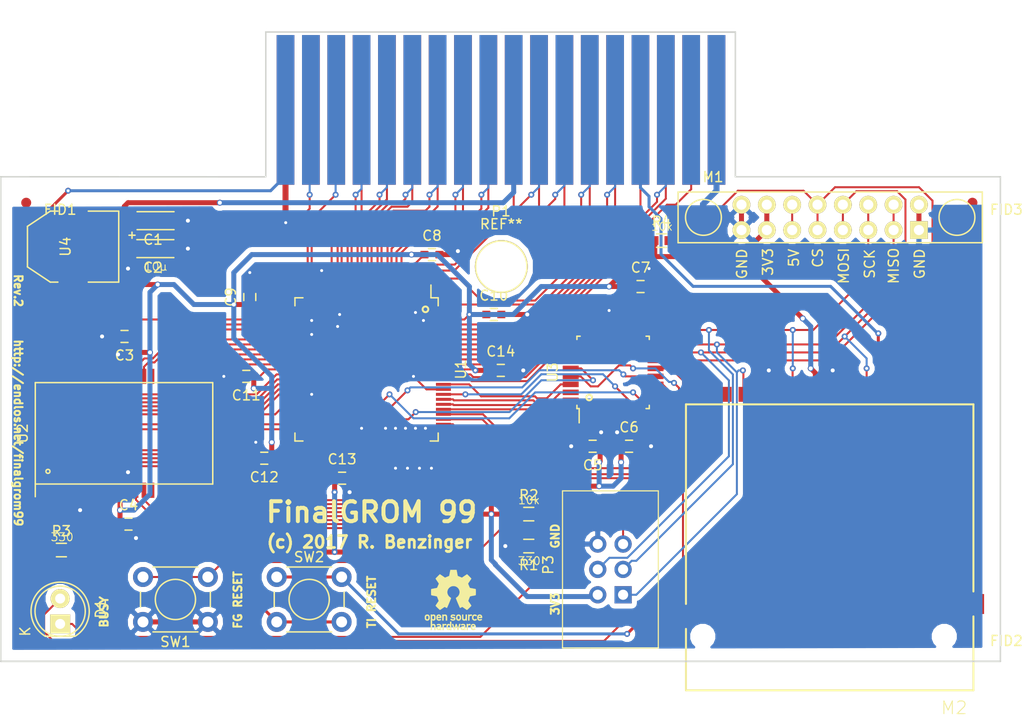
<source format=kicad_pcb>
(kicad_pcb (version 4) (host pcbnew 4.0.4+dfsg1-stable)
  (title_block (title "FinalGROM 99 Cartridge") (date 2017-04-14) (rev 1) (company "Copyright (c) 2017 Ralph Benzinger") (comment 2 "Released as Open Source Hardware under CERN OHL 1.2 and GNU GPL 3 licenses") (comment 4 "A TI 99 cartridge that runs ROM and GROM images from an SD card"))
  (layers (0 F.Cu signal) (31 B.Cu signal) (34 B.Paste user) (35 F.Paste user) (36 B.SilkS user) (37 F.SilkS user) (38 B.Mask user) (39 F.Mask user) (44 Edge.Cuts user))
  (net 0 "")
  (net 1 GND)
  (net 2 +5V)
  (net 3 "Net-(M1-Pad6)")
  (net 4 +3V3)
  (net 5 /BD0)
  (net 6 /BD1)
  (net 7 /BD2)
  (net 8 /BA0)
  (net 9 /BD3)
  (net 10 /BA2)
  (net 11 /BD4)
  (net 12 /BA3)
  (net 13 /BD5)
  (net 14 /BA4)
  (net 15 /BD6)
  (net 16 /BA5)
  (net 17 /BD7)
  (net 18 /BA6)
  (net 19 /BA7)
  (net 20 /GS*)
  (net 21 /BA8)
  (net 22 /BA1)
  (net 23 /BA12)
  (net 24 /DBIN)
  (net 25 /BA9)
  (net 26 /BA10)
  (net 27 /BA11)
  (net 28 /GR)
  (net 29 /WE*)
  (net 30 /ROMS*)
  (net 31 /SDI)
  (net 32 /SDC)
  (net 33 /SDO)
  (net 34 /SDS)
  (net 35 /TMS)
  (net 36 /TDI)
  (net 37 /BUSY)
  (net 38 /CCLK)
  (net 39 /CD0)
  (net 40 /CD1)
  (net 41 /CD2)
  (net 42 /CD3)
  (net 43 /CD4)
  (net 44 /CD5)
  (net 45 /CD6)
  (net 46 /CD7)
  (net 47 /CCMD0)
  (net 48 /CCMD1)
  (net 49 /RESET)
  (net 50 /RA11)
  (net 51 /RA9)
  (net 52 /RA8)
  (net 53 /RA13)
  (net 54 /RWE*)
  (net 55 /RA18)
  (net 56 /RA15)
  (net 57 /RA17)
  (net 58 /RA16)
  (net 59 /RA14)
  (net 60 /RA12)
  (net 61 /RA7)
  (net 62 /RA6)
  (net 63 /RA5)
  (net 64 /RA4)
  (net 65 /RA3)
  (net 66 /RD0)
  (net 67 /RD1)
  (net 68 /RA2)
  (net 69 /RA1)
  (net 70 /RA0)
  (net 71 /RD2)
  (net 72 /RD3)
  (net 73 /RD4)
  (net 74 /RD5)
  (net 75 /RD6)
  (net 76 /RD7)
  (net 77 /RA10)
  (net 78 /ROE*)
  (net 79 /RA19)
  (net 80 /GC)
  (net 81 /CY)
  (net 82 /CX)
  (net 83 /TCK)
  (net 84 /TDO)
  (net 85 "Net-(D1-Pad1)")
  (net 86 /-5V)
  (net 87 /TIRS)
  (net 88 "Net-(R3-Pad2)")
  (module fg99-footprints:IDC_Header_Straight_6pins (layer F.Cu) (at 155.783 88.738 90)
    (fp_text reference P3 (at 3 -7.5 90) (layer F.SilkS))
    (fp_text value CONN_02X03 hide)
    (pad 1 thru_hole rect (at 0 0 90) (size 1.7272 1.7272) (drill 1.016) (layers *.Cu *.Mask) (net 31 /SDI))
    (pad 2 thru_hole oval (at 0 -2.54 90) (size 1.7272 1.7272) (drill 1.016) (layers *.Cu *.Mask) (net 4 +3V3))
    (pad 3 thru_hole oval (at 2.54 0 90) (size 1.7272 1.7272) (drill 1.016) (layers *.Cu *.Mask) (net 32 /SDC))
    (pad 4 thru_hole oval (at 2.54 -2.54 90) (size 1.7272 1.7272) (drill 1.016) (layers *.Cu *.Mask) (net 33 /SDO))
    (pad 5 thru_hole oval (at 5.08 0 90) (size 1.7272 1.7272) (drill 1.016) (layers *.Cu *.Mask) (net 49 /RESET))
    (pad 6 thru_hole oval (at 5.08 -2.54 90) (size 1.7272 1.7272) (drill 1.016) (layers *.Cu *.Mask) (net 1 GND))
  )
  (module Fiducials:Fiducial_1mm_Dia_2.54mm_Outer_CopperTop (layer F.Cu) (at 190.783 49.458)
    (fp_text reference FID3 (at 3.4 0.7) (layer F.SilkS))
    (fp_text value Fiducial_1mm_Dia_2.54mm_Outer_CopperTop hide)
    (pad ~ smd circle (at 0 0) (size 1 1) (layers F.Cu F.Mask) (clearance 0.77))
  )
  (module Fiducials:Fiducial_1mm_Dia_2.54mm_Outer_CopperTop (layer F.Cu) (at 190.783 92.658)
    (fp_text reference FID2 (at 3.4 0.7) (layer F.SilkS))
    (fp_text value Fiducial_1mm_Dia_2.54mm_Outer_CopperTop hide)
    (pad ~ smd circle (at 0 0) (size 1 1) (layers F.Cu F.Mask) (clearance 0.77))
  )
  (module fg99-footprints:Hole_5mm_Pad (layer F.Cu) (at 143.583 55.858)
    (fp_text reference REF** (at 0 -4.25) (layer F.SilkS))
    (fp_text value Hole_5mm_Pad hide)
    (pad 1 thru_hole circle (at 0 0) (size 5.3 5.3) (drill 5) (layers *.Cu *.Mask F.SilkS))
  )
  (module Housings_QFP:TQFP-100_14x14mm_Pitch0.5mm (layer F.Cu) (at 130.083 66.158 270)
    (fp_text reference U1 (at 0 -9.45 270) (layer F.SilkS))
    (fp_text value XC95144XL-TQ100 hide)
    (pad 1 smd rect (at -7.7 -6 270) (size 1.5 0.3) (layers F.Cu F.Paste F.Mask) (net 25 /BA9))
    (pad 2 smd rect (at -7.7 -5.5 270) (size 1.5 0.3) (layers F.Cu F.Paste F.Mask) (net 24 /DBIN))
    (pad 3 smd rect (at -7.7 -5 270) (size 1.5 0.3) (layers F.Cu F.Paste F.Mask) (net 23 /BA12))
    (pad 4 smd rect (at -7.7 -4.5 270) (size 1.5 0.3) (layers F.Cu F.Paste F.Mask) (net 22 /BA1))
    (pad 5 smd rect (at -7.7 -4 270) (size 1.5 0.3) (layers F.Cu F.Paste F.Mask) (net 4 +3V3))
    (pad 6 smd rect (at -7.7 -3.5 270) (size 1.5 0.3) (layers F.Cu F.Paste F.Mask) (net 21 /BA8))
    (pad 7 smd rect (at -7.7 -3 270) (size 1.5 0.3) (layers F.Cu F.Paste F.Mask) (net 20 /GS*))
    (pad 8 smd rect (at -7.7 -2.5 270) (size 1.5 0.3) (layers F.Cu F.Paste F.Mask) (net 19 /BA7))
    (pad 9 smd rect (at -7.7 -2 270) (size 1.5 0.3) (layers F.Cu F.Paste F.Mask) (net 18 /BA6))
    (pad 10 smd rect (at -7.7 -1.5 270) (size 1.5 0.3) (layers F.Cu F.Paste F.Mask) (net 17 /BD7))
    (pad 11 smd rect (at -7.7 -1 270) (size 1.5 0.3) (layers F.Cu F.Paste F.Mask) (net 16 /BA5))
    (pad 12 smd rect (at -7.7 -0.5 270) (size 1.5 0.3) (layers F.Cu F.Paste F.Mask) (net 15 /BD6))
    (pad 13 smd rect (at -7.7 0 270) (size 1.5 0.3) (layers F.Cu F.Paste F.Mask) (net 14 /BA4))
    (pad 14 smd rect (at -7.7 0.5 270) (size 1.5 0.3) (layers F.Cu F.Paste F.Mask) (net 13 /BD5))
    (pad 15 smd rect (at -7.7 1 270) (size 1.5 0.3) (layers F.Cu F.Paste F.Mask) (net 12 /BA3))
    (pad 16 smd rect (at -7.7 1.5 270) (size 1.5 0.3) (layers F.Cu F.Paste F.Mask) (net 11 /BD4))
    (pad 17 smd rect (at -7.7 2 270) (size 1.5 0.3) (layers F.Cu F.Paste F.Mask) (net 10 /BA2))
    (pad 18 smd rect (at -7.7 2.5 270) (size 1.5 0.3) (layers F.Cu F.Paste F.Mask) (net 9 /BD3))
    (pad 19 smd rect (at -7.7 3 270) (size 1.5 0.3) (layers F.Cu F.Paste F.Mask) (net 8 /BA0))
    (pad 20 smd rect (at -7.7 3.5 270) (size 1.5 0.3) (layers F.Cu F.Paste F.Mask) (net 7 /BD2))
    (pad 21 smd rect (at -7.7 4 270) (size 1.5 0.3) (layers F.Cu F.Paste F.Mask) (net 1 GND))
    (pad 22 smd rect (at -7.7 4.5 270) (size 1.5 0.3) (layers F.Cu F.Paste F.Mask) (net 1 GND))
    (pad 23 smd rect (at -7.7 5 270) (size 1.5 0.3) (layers F.Cu F.Paste F.Mask) (net 1 GND))
    (pad 24 smd rect (at -7.7 5.5 270) (size 1.5 0.3) (layers F.Cu F.Paste F.Mask) (net 6 /BD1))
    (pad 25 smd rect (at -7.7 6 270) (size 1.5 0.3) (layers F.Cu F.Paste F.Mask) (net 5 /BD0))
    (pad 26 smd rect (at -6 7.7) (size 1.5 0.3) (layers F.Cu F.Paste F.Mask) (net 4 +3V3))
    (pad 27 smd rect (at -5.5 7.7) (size 1.5 0.3) (layers F.Cu F.Paste F.Mask) (net 1 GND))
    (pad 28 smd rect (at -5 7.7) (size 1.5 0.3) (layers F.Cu F.Paste F.Mask) (net 75 /RD6))
    (pad 29 smd rect (at -4.5 7.7) (size 1.5 0.3) (layers F.Cu F.Paste F.Mask) (net 74 /RD5))
    (pad 30 smd rect (at -4 7.7) (size 1.5 0.3) (layers F.Cu F.Paste F.Mask) (net 73 /RD4))
    (pad 31 smd rect (at -3.5 7.7) (size 1.5 0.3) (layers F.Cu F.Paste F.Mask) (net 1 GND))
    (pad 32 smd rect (at -3 7.7) (size 1.5 0.3) (layers F.Cu F.Paste F.Mask) (net 51 /RA9))
    (pad 33 smd rect (at -2.5 7.7) (size 1.5 0.3) (layers F.Cu F.Paste F.Mask) (net 77 /RA10))
    (pad 34 smd rect (at -2 7.7) (size 1.5 0.3) (layers F.Cu F.Paste F.Mask) (net 50 /RA11))
    (pad 35 smd rect (at -1.5 7.7) (size 1.5 0.3) (layers F.Cu F.Paste F.Mask) (net 60 /RA12))
    (pad 36 smd rect (at -1 7.7) (size 1.5 0.3) (layers F.Cu F.Paste F.Mask) (net 53 /RA13))
    (pad 37 smd rect (at -0.5 7.7) (size 1.5 0.3) (layers F.Cu F.Paste F.Mask) (net 59 /RA14))
    (pad 38 smd rect (at 0 7.7) (size 1.5 0.3) (layers F.Cu F.Paste F.Mask) (net 4 +3V3))
    (pad 39 smd rect (at 0.5 7.7) (size 1.5 0.3) (layers F.Cu F.Paste F.Mask) (net 76 /RD7))
    (pad 40 smd rect (at 1 7.7) (size 1.5 0.3) (layers F.Cu F.Paste F.Mask) (net 52 /RA8))
    (pad 41 smd rect (at 1.5 7.7) (size 1.5 0.3) (layers F.Cu F.Paste F.Mask) (net 78 /ROE*))
    (pad 42 smd rect (at 2 7.7) (size 1.5 0.3) (layers F.Cu F.Paste F.Mask) (net 61 /RA7))
    (pad 43 smd rect (at 2.5 7.7) (size 1.5 0.3) (layers F.Cu F.Paste F.Mask) (net 62 /RA6))
    (pad 44 smd rect (at 3 7.7) (size 1.5 0.3) (layers F.Cu F.Paste F.Mask) (net 1 GND))
    (pad 45 smd rect (at 3.5 7.7) (size 1.5 0.3) (layers F.Cu F.Paste F.Mask) (net 36 /TDI))
    (pad 46 smd rect (at 4 7.7) (size 1.5 0.3) (layers F.Cu F.Paste F.Mask) (net 63 /RA5))
    (pad 47 smd rect (at 4.5 7.7) (size 1.5 0.3) (layers F.Cu F.Paste F.Mask) (net 35 /TMS))
    (pad 48 smd rect (at 5 7.7) (size 1.5 0.3) (layers F.Cu F.Paste F.Mask) (net 83 /TCK))
    (pad 49 smd rect (at 5.5 7.7) (size 1.5 0.3) (layers F.Cu F.Paste F.Mask) (net 64 /RA4))
    (pad 50 smd rect (at 6 7.7) (size 1.5 0.3) (layers F.Cu F.Paste F.Mask) (net 65 /RA3))
    (pad 51 smd rect (at 7.7 6 270) (size 1.5 0.3) (layers F.Cu F.Paste F.Mask) (net 4 +3V3))
    (pad 52 smd rect (at 7.7 5.5 270) (size 1.5 0.3) (layers F.Cu F.Paste F.Mask) (net 68 /RA2))
    (pad 53 smd rect (at 7.7 5 270) (size 1.5 0.3) (layers F.Cu F.Paste F.Mask) (net 69 /RA1))
    (pad 54 smd rect (at 7.7 4.5 270) (size 1.5 0.3) (layers F.Cu F.Paste F.Mask) (net 70 /RA0))
    (pad 55 smd rect (at 7.7 4 270) (size 1.5 0.3) (layers F.Cu F.Paste F.Mask) (net 66 /RD0))
    (pad 56 smd rect (at 7.7 3.5 270) (size 1.5 0.3) (layers F.Cu F.Paste F.Mask) (net 67 /RD1))
    (pad 57 smd rect (at 7.7 3 270) (size 1.5 0.3) (layers F.Cu F.Paste F.Mask) (net 4 +3V3))
    (pad 58 smd rect (at 7.7 2.5 270) (size 1.5 0.3) (layers F.Cu F.Paste F.Mask) (net 56 /RA15))
    (pad 59 smd rect (at 7.7 2 270) (size 1.5 0.3) (layers F.Cu F.Paste F.Mask) (net 58 /RA16))
    (pad 60 smd rect (at 7.7 1.5 270) (size 1.5 0.3) (layers F.Cu F.Paste F.Mask) (net 57 /RA17))
    (pad 61 smd rect (at 7.7 1 270) (size 1.5 0.3) (layers F.Cu F.Paste F.Mask) (net 55 /RA18))
    (pad 62 smd rect (at 7.7 0.5 270) (size 1.5 0.3) (layers F.Cu F.Paste F.Mask) (net 1 GND))
    (pad 63 smd rect (at 7.7 0 270) (size 1.5 0.3) (layers F.Cu F.Paste F.Mask) (net 79 /RA19))
    (pad 64 smd rect (at 7.7 -0.5 270) (size 1.5 0.3) (layers F.Cu F.Paste F.Mask) (net 54 /RWE*))
    (pad 65 smd rect (at 7.7 -1 270) (size 1.5 0.3) (layers F.Cu F.Paste F.Mask) (net 72 /RD3))
    (pad 66 smd rect (at 7.7 -1.5 270) (size 1.5 0.3) (layers F.Cu F.Paste F.Mask) (net 71 /RD2))
    (pad 67 smd rect (at 7.7 -2 270) (size 1.5 0.3) (layers F.Cu F.Paste F.Mask) (net 1 GND))
    (pad 68 smd rect (at 7.7 -2.5 270) (size 1.5 0.3) (layers F.Cu F.Paste F.Mask) (net 1 GND))
    (pad 69 smd rect (at 7.7 -3 270) (size 1.5 0.3) (layers F.Cu F.Paste F.Mask) (net 1 GND))
    (pad 70 smd rect (at 7.7 -3.5 270) (size 1.5 0.3) (layers F.Cu F.Paste F.Mask) (net 1 GND))
    (pad 71 smd rect (at 7.7 -4 270) (size 1.5 0.3) (layers F.Cu F.Paste F.Mask) (net 1 GND))
    (pad 72 smd rect (at 7.7 -4.5 270) (size 1.5 0.3) (layers F.Cu F.Paste F.Mask) (net 1 GND))
    (pad 73 smd rect (at 7.7 -5 270) (size 1.5 0.3) (layers F.Cu F.Paste F.Mask) (net 1 GND))
    (pad 74 smd rect (at 7.7 -5.5 270) (size 1.5 0.3) (layers F.Cu F.Paste F.Mask) (net 1 GND))
    (pad 75 smd rect (at 7.7 -6 270) (size 1.5 0.3) (layers F.Cu F.Paste F.Mask) (net 1 GND))
    (pad 76 smd rect (at 6 -7.7) (size 1.5 0.3) (layers F.Cu F.Paste F.Mask) (net 46 /CD7))
    (pad 77 smd rect (at 5.5 -7.7) (size 1.5 0.3) (layers F.Cu F.Paste F.Mask) (net 45 /CD6))
    (pad 78 smd rect (at 5 -7.7) (size 1.5 0.3) (layers F.Cu F.Paste F.Mask) (net 44 /CD5))
    (pad 79 smd rect (at 4.5 -7.7) (size 1.5 0.3) (layers F.Cu F.Paste F.Mask) (net 43 /CD4))
    (pad 80 smd rect (at 4 -7.7) (size 1.5 0.3) (layers F.Cu F.Paste F.Mask) (net 42 /CD3))
    (pad 81 smd rect (at 3.5 -7.7) (size 1.5 0.3) (layers F.Cu F.Paste F.Mask) (net 41 /CD2))
    (pad 82 smd rect (at 3 -7.7) (size 1.5 0.3) (layers F.Cu F.Paste F.Mask) (net 40 /CD1))
    (pad 83 smd rect (at 2.5 -7.7) (size 1.5 0.3) (layers F.Cu F.Paste F.Mask) (net 84 /TDO))
    (pad 84 smd rect (at 2 -7.7) (size 1.5 0.3) (layers F.Cu F.Paste F.Mask) (net 1 GND))
    (pad 85 smd rect (at 1.5 -7.7) (size 1.5 0.3) (layers F.Cu F.Paste F.Mask) (net 39 /CD0))
    (pad 86 smd rect (at 1 -7.7) (size 1.5 0.3) (layers F.Cu F.Paste F.Mask) (net 81 /CY))
    (pad 87 smd rect (at 0.5 -7.7) (size 1.5 0.3) (layers F.Cu F.Paste F.Mask) (net 82 /CX))
    (pad 88 smd rect (at 0 -7.7) (size 1.5 0.3) (layers F.Cu F.Paste F.Mask) (net 4 +3V3))
    (pad 89 smd rect (at -0.5 -7.7) (size 1.5 0.3) (layers F.Cu F.Paste F.Mask) (net 38 /CCLK))
    (pad 90 smd rect (at -1 -7.7) (size 1.5 0.3) (layers F.Cu F.Paste F.Mask) (net 48 /CCMD1))
    (pad 91 smd rect (at -1.5 -7.7) (size 1.5 0.3) (layers F.Cu F.Paste F.Mask) (net 47 /CCMD0))
    (pad 92 smd rect (at -2 -7.7) (size 1.5 0.3) (layers F.Cu F.Paste F.Mask) (net 30 /ROMS*))
    (pad 93 smd rect (at -2.5 -7.7) (size 1.5 0.3) (layers F.Cu F.Paste F.Mask) (net 29 /WE*))
    (pad 94 smd rect (at -3 -7.7) (size 1.5 0.3) (layers F.Cu F.Paste F.Mask) (net 28 /GR))
    (pad 95 smd rect (at -3.5 -7.7) (size 1.5 0.3) (layers F.Cu F.Paste F.Mask) (net 27 /BA11))
    (pad 96 smd rect (at -4 -7.7) (size 1.5 0.3) (layers F.Cu F.Paste F.Mask) (net 26 /BA10))
    (pad 97 smd rect (at -4.5 -7.7) (size 1.5 0.3) (layers F.Cu F.Paste F.Mask) (net 80 /GC))
    (pad 98 smd rect (at -5 -7.7) (size 1.5 0.3) (layers F.Cu F.Paste F.Mask) (net 4 +3V3))
    (pad 99 smd rect (at -5.5 -7.7) (size 1.5 0.3) (layers F.Cu F.Paste F.Mask) (net 1 GND))
    (pad 100 smd rect (at -6 -7.7) (size 1.5 0.3) (layers F.Cu F.Paste F.Mask) (net 1 GND))
  )
  (module fg99-footprints:CART_BUS (layer F.Cu) (at 120.693 32.538)
    (fp_text reference P1 (at 22.86 17.78) (layer F.SilkS))
    (fp_text value CONN_02X18)
    (pad 35 connect rect (at 44.45 7.62) (size 1.778 15) (layers B.Cu B.Mask) (net 1 GND))
    (pad 33 connect rect (at 41.91 7.62) (size 1.778 15) (layers B.Cu B.Mask))
    (pad 31 connect rect (at 39.37 7.62) (size 1.778 15) (layers B.Cu B.Mask) (net 28 /GR))
    (pad 29 connect rect (at 36.83 7.62) (size 1.778 15) (layers B.Cu B.Mask) (net 86 /-5V))
    (pad 27 connect rect (at 34.29 7.62) (size 1.778 15) (layers B.Cu B.Mask) (net 80 /GC))
    (pad 25 connect rect (at 31.75 7.62) (size 1.778 15) (layers B.Cu B.Mask) (net 24 /DBIN))
    (pad 23 connect rect (at 29.21 7.62) (size 1.778 15) (layers B.Cu B.Mask) (net 22 /BA1))
    (pad 21 connect rect (at 26.67 7.62) (size 1.778 15) (layers B.Cu B.Mask) (net 20 /GS*))
    (pad 19 connect rect (at 24.13 7.62) (size 1.778 15) (layers B.Cu B.Mask) (net 2 +5V))
    (pad 17 connect rect (at 21.59 7.62) (size 1.778 15) (layers B.Cu B.Mask) (net 17 /BD7))
    (pad 15 connect rect (at 19.05 7.62) (size 1.778 15) (layers B.Cu B.Mask) (net 15 /BD6))
    (pad 13 connect rect (at 16.51 7.62) (size 1.778 15) (layers B.Cu B.Mask) (net 13 /BD5))
    (pad 11 connect rect (at 13.97 7.62) (size 1.778 15) (layers B.Cu B.Mask) (net 11 /BD4))
    (pad 9 connect rect (at 11.43 7.62) (size 1.778 15) (layers B.Cu B.Mask) (net 9 /BD3))
    (pad 7 connect rect (at 8.89 7.62) (size 1.778 15) (layers B.Cu B.Mask) (net 7 /BD2))
    (pad 5 connect rect (at 6.35 7.62) (size 1.778 15) (layers B.Cu B.Mask) (net 6 /BD1))
    (pad 3 connect rect (at 3.81 7.62) (size 1.778 15) (layers B.Cu B.Mask) (net 5 /BD0))
    (pad 1 connect rect (at 1.27 7.62) (size 1.778 15) (layers B.Cu B.Mask) (net 87 /TIRS))
    (pad 36 connect rect (at 44.45 7.62) (size 1.778 15) (layers F.Cu F.Mask))
    (pad 34 connect rect (at 41.91 7.62) (size 1.778 15) (layers F.Cu F.Mask) (net 30 /ROMS*))
    (pad 32 connect rect (at 39.37 7.62) (size 1.778 15) (layers F.Cu F.Mask) (net 29 /WE*))
    (pad 30 connect rect (at 36.83 7.62) (size 1.778 15) (layers F.Cu F.Mask) (net 27 /BA11))
    (pad 28 connect rect (at 34.29 7.62) (size 1.778 15) (layers F.Cu F.Mask) (net 26 /BA10))
    (pad 26 connect rect (at 31.75 7.62) (size 1.778 15) (layers F.Cu F.Mask) (net 25 /BA9))
    (pad 24 connect rect (at 29.21 7.62) (size 1.778 15) (layers F.Cu F.Mask) (net 23 /BA12))
    (pad 22 connect rect (at 26.67 7.62) (size 1.778 15) (layers F.Cu F.Mask) (net 21 /BA8))
    (pad 20 connect rect (at 24.13 7.62) (size 1.778 15) (layers F.Cu F.Mask) (net 19 /BA7))
    (pad 18 connect rect (at 21.59 7.62) (size 1.778 15) (layers F.Cu F.Mask) (net 18 /BA6))
    (pad 16 connect rect (at 19.05 7.62) (size 1.778 15) (layers F.Cu F.Mask) (net 16 /BA5))
    (pad 14 connect rect (at 16.51 7.62) (size 1.778 15) (layers F.Cu F.Mask) (net 14 /BA4))
    (pad 12 connect rect (at 13.97 7.62) (size 1.778 15) (layers F.Cu F.Mask) (net 12 /BA3))
    (pad 10 connect rect (at 11.43 7.62) (size 1.778 15) (layers F.Cu F.Mask) (net 10 /BA2))
    (pad 8 connect rect (at 8.89 7.62) (size 1.778 15) (layers F.Cu F.Mask) (net 8 /BA0))
    (pad 6 connect rect (at 6.35 7.62) (size 1.778 15) (layers F.Cu F.Mask))
    (pad 4 connect rect (at 3.81 7.62) (size 1.778 15) (layers F.Cu F.Mask))
    (pad 2 connect rect (at 1.27 7.62) (size 1.778 15) (layers F.Cu F.Mask) (net 1 GND))
  )
  (module Buttons_Switches_ThroughHole:SW_PUSH_6mm (layer F.Cu) (at 121.083 86.958)
    (fp_text reference SW2 (at 3.25 -2) (layer F.SilkS))
    (fp_text value SW_PUSH)
    (pad 2 thru_hole circle (at 0 4.5 90) (size 2 2) (drill 1.1) (layers *.Cu *.Mask) (net 88 "Net-(R3-Pad2)"))
    (pad 1 thru_hole circle (at 0 0 90) (size 2 2) (drill 1.1) (layers *.Cu *.Mask) (net 86 /-5V))
    (pad 2 thru_hole circle (at 6.5 4.5 90) (size 2 2) (drill 1.1) (layers *.Cu *.Mask) (net 88 "Net-(R3-Pad2)"))
    (pad 1 thru_hole circle (at 6.5 0 90) (size 2 2) (drill 1.1) (layers *.Cu *.Mask) (net 86 /-5V))
  )
  (module LEDs:LED-5MM (layer F.Cu) (at 99.383 91.658 90)
    (fp_text reference D1 (at 1.524 4.064 90) (layer F.SilkS))
    (fp_text value LED hide)
    (fp_text user K (at -0.75 -3.5 90) (layer F.SilkS))
    (pad 1 thru_hole rect (at 0 0 180) (size 2 1.9) (drill 1.00076) (layers *.Cu *.Mask F.SilkS) (net 85 "Net-(D1-Pad1)"))
    (pad 2 thru_hole circle (at 2.54 0 90) (size 1.9 1.9) (drill 1.00076) (layers *.Cu *.Mask F.SilkS) (net 37 /BUSY))
  )
  (module Capacitors_Tantalum_SMD:TantalC_SizeA_EIA-3216_Reflow (layer F.Cu) (at 108.693 51.258 180)
    (fp_text reference C1 (at 0 -1.9 180) (layer F.SilkS))
    (fp_text value 10µ hide)
    (pad 2 smd rect (at 1.31 0 180) (size 1.8 1.23) (layers F.Cu F.Paste F.Mask) (net 2 +5V))
    (pad 1 smd rect (at -1.31 0 180) (size 1.8 1.23) (layers F.Cu F.Paste F.Mask) (net 1 GND))
  )
  (module Capacitors_Tantalum_SMD:TantalC_SizeA_EIA-3216_Reflow (layer F.Cu) (at 108.673 54.058 180)
    (fp_text reference C2 (at 0 -1.9 180) (layer F.SilkS))
    (fp_text value 10µ (at -0.31 -1.8 180) (layer F.SilkS) (effects (font (size 0.8 0.8) (thickness 0.1))))
    (pad 2 smd rect (at 1.31 0 180) (size 1.8 1.23) (layers F.Cu F.Paste F.Mask) (net 4 +3V3))
    (pad 1 smd rect (at -1.31 0 180) (size 1.8 1.23) (layers F.Cu F.Paste F.Mask) (net 1 GND))
  )
  (module TO_SOT_Packages_SMD:SOT-223 (layer F.Cu) (at 100.681 53.858 90)
    (fp_text reference U4 (at 0 -0.762 90) (layer F.SilkS))
    (fp_text value NCP1117 hide)
    (pad 4 smd rect (at 0 -3.302 90) (size 3.6576 2.032) (layers F.Cu F.Paste F.Mask))
    (pad 2 smd rect (at 0 3.302 90) (size 1.016 2.032) (layers F.Cu F.Paste F.Mask) (net 4 +3V3))
    (pad 3 smd rect (at 2.286 3.302 90) (size 1.016 2.032) (layers F.Cu F.Paste F.Mask) (net 2 +5V))
    (pad 1 smd rect (at -2.286 3.302 90) (size 1.016 2.032) (layers F.Cu F.Paste F.Mask) (net 1 GND))
  )
  (module fg99-footprints:TSOP-44 (layer F.Cu) (at 105.783 72.5634 90)
    (fp_text reference U2 (at 0 -10.16 90) (layer F.SilkS))
    (fp_text value CY62158E-TSOP44 hide)
    (pad 1 smd rect (at -5.7054 -8.4 90) (size 1.5174 0.477) (layers F.Cu F.Paste F.Mask) (net 64 /RA4))
    (pad 2 smd rect (at -5.7054 -7.6 90) (size 1.5174 0.477) (layers F.Cu F.Paste F.Mask) (net 65 /RA3))
    (pad 3 smd rect (at -5.7054 -6.8 90) (size 1.5174 0.477) (layers F.Cu F.Paste F.Mask) (net 68 /RA2))
    (pad 4 smd rect (at -5.7054 -6 90) (size 1.5174 0.477) (layers F.Cu F.Paste F.Mask) (net 69 /RA1))
    (pad 5 smd rect (at -5.7054 -5.2 90) (size 1.5174 0.477) (layers F.Cu F.Paste F.Mask) (net 70 /RA0))
    (pad 6 smd rect (at -5.7054 -4.4 90) (size 1.5174 0.477) (layers F.Cu F.Paste F.Mask) (net 1 GND))
    (pad 7 smd rect (at -5.7054 -3.6 90) (size 1.5174 0.477) (layers F.Cu F.Paste F.Mask))
    (pad 8 smd rect (at -5.7054 -2.8 90) (size 1.5174 0.477) (layers F.Cu F.Paste F.Mask))
    (pad 9 smd rect (at -5.7054 -2 90) (size 1.5174 0.477) (layers F.Cu F.Paste F.Mask) (net 66 /RD0))
    (pad 10 smd rect (at -5.7054 -1.2 90) (size 1.5174 0.477) (layers F.Cu F.Paste F.Mask) (net 67 /RD1))
    (pad 11 smd rect (at -5.7054 -0.4 90) (size 1.5174 0.477) (layers F.Cu F.Paste F.Mask) (net 4 +3V3))
    (pad 12 smd rect (at -5.7054 0.4 90) (size 1.5174 0.477) (layers F.Cu F.Paste F.Mask) (net 1 GND))
    (pad 13 smd rect (at -5.7054 1.2 90) (size 1.5174 0.477) (layers F.Cu F.Paste F.Mask) (net 71 /RD2))
    (pad 14 smd rect (at -5.7054 2 90) (size 1.5174 0.477) (layers F.Cu F.Paste F.Mask) (net 72 /RD3))
    (pad 15 smd rect (at -5.7054 2.8 90) (size 1.5174 0.477) (layers F.Cu F.Paste F.Mask))
    (pad 16 smd rect (at -5.7054 3.6 90) (size 1.5174 0.477) (layers F.Cu F.Paste F.Mask))
    (pad 17 smd rect (at -5.7054 4.4 90) (size 1.5174 0.477) (layers F.Cu F.Paste F.Mask) (net 54 /RWE*))
    (pad 18 smd rect (at -5.7054 5.2 90) (size 1.5174 0.477) (layers F.Cu F.Paste F.Mask) (net 79 /RA19))
    (pad 19 smd rect (at -5.7054 6 90) (size 1.5174 0.477) (layers F.Cu F.Paste F.Mask) (net 55 /RA18))
    (pad 20 smd rect (at -5.7054 6.8 90) (size 1.5174 0.477) (layers F.Cu F.Paste F.Mask) (net 57 /RA17))
    (pad 21 smd rect (at -5.7054 7.6 90) (size 1.5174 0.477) (layers F.Cu F.Paste F.Mask) (net 58 /RA16))
    (pad 22 smd rect (at -5.7054 8.4 90) (size 1.5174 0.477) (layers F.Cu F.Paste F.Mask) (net 56 /RA15))
    (pad 44 smd rect (at 5.7054 -8.4 90) (size 1.5174 0.477) (layers F.Cu F.Paste F.Mask) (net 63 /RA5))
    (pad 43 smd rect (at 5.7054 -7.6 90) (size 1.5174 0.477) (layers F.Cu F.Paste F.Mask) (net 62 /RA6))
    (pad 42 smd rect (at 5.7054 -6.8 90) (size 1.5174 0.477) (layers F.Cu F.Paste F.Mask) (net 61 /RA7))
    (pad 41 smd rect (at 5.7054 -6 90) (size 1.5174 0.477) (layers F.Cu F.Paste F.Mask) (net 78 /ROE*))
    (pad 40 smd rect (at 5.7054 -5.2 90) (size 1.5174 0.477) (layers F.Cu F.Paste F.Mask) (net 4 +3V3))
    (pad 39 smd rect (at 5.7054 -4.4 90) (size 1.5174 0.477) (layers F.Cu F.Paste F.Mask) (net 52 /RA8))
    (pad 38 smd rect (at 5.7054 -3.6 90) (size 1.5174 0.477) (layers F.Cu F.Paste F.Mask))
    (pad 37 smd rect (at 5.7054 -2.8 90) (size 1.5174 0.477) (layers F.Cu F.Paste F.Mask))
    (pad 36 smd rect (at 5.7054 -2 90) (size 1.5174 0.477) (layers F.Cu F.Paste F.Mask) (net 76 /RD7))
    (pad 35 smd rect (at 5.7054 -1.2 90) (size 1.5174 0.477) (layers F.Cu F.Paste F.Mask) (net 75 /RD6))
    (pad 34 smd rect (at 5.7054 -0.4 90) (size 1.5174 0.477) (layers F.Cu F.Paste F.Mask) (net 1 GND))
    (pad 33 smd rect (at 5.7054 0.4 90) (size 1.5174 0.477) (layers F.Cu F.Paste F.Mask) (net 4 +3V3))
    (pad 32 smd rect (at 5.7054 1.2 90) (size 1.5174 0.477) (layers F.Cu F.Paste F.Mask) (net 74 /RD5))
    (pad 31 smd rect (at 5.7054 2 90) (size 1.5174 0.477) (layers F.Cu F.Paste F.Mask) (net 73 /RD4))
    (pad 30 smd rect (at 5.7054 2.8 90) (size 1.5174 0.477) (layers F.Cu F.Paste F.Mask))
    (pad 29 smd rect (at 5.7054 3.6 90) (size 1.5174 0.477) (layers F.Cu F.Paste F.Mask))
    (pad 28 smd rect (at 5.7054 4.4 90) (size 1.5174 0.477) (layers F.Cu F.Paste F.Mask) (net 51 /RA9))
    (pad 27 smd rect (at 5.7054 5.2 90) (size 1.5174 0.477) (layers F.Cu F.Paste F.Mask) (net 77 /RA10))
    (pad 26 smd rect (at 5.7054 6 90) (size 1.5174 0.477) (layers F.Cu F.Paste F.Mask) (net 50 /RA11))
    (pad 25 smd rect (at 5.7054 6.8 90) (size 1.5174 0.477) (layers F.Cu F.Paste F.Mask) (net 60 /RA12))
    (pad 24 smd rect (at 5.7054 7.6 90) (size 1.5174 0.477) (layers F.Cu F.Paste F.Mask) (net 53 /RA13))
    (pad 23 smd rect (at 5.7054 8.4 90) (size 1.5174 0.477) (layers F.Cu F.Paste F.Mask) (net 59 /RA14))
  )
  (module Housings_QFP:TQFP-32_7x7mm_Pitch0.8mm (layer F.Cu) (at 154.783 66.458 90)
    (fp_text reference U3 (at 0 -6.05 90) (layer F.SilkS))
    (fp_text value ATMEGA328P-TQFP32 hide)
    (pad 1 smd rect (at -4.25 -2.8 90) (size 1.6 0.55) (layers F.Cu F.Paste F.Mask) (net 42 /CD3))
    (pad 2 smd rect (at -4.25 -2 90) (size 1.6 0.55) (layers F.Cu F.Paste F.Mask) (net 43 /CD4))
    (pad 3 smd rect (at -4.25 -1.2 90) (size 1.6 0.55) (layers F.Cu F.Paste F.Mask) (net 1 GND))
    (pad 4 smd rect (at -4.25 -0.4 90) (size 1.6 0.55) (layers F.Cu F.Paste F.Mask) (net 4 +3V3))
    (pad 5 smd rect (at -4.25 0.4 90) (size 1.6 0.55) (layers F.Cu F.Paste F.Mask) (net 1 GND))
    (pad 6 smd rect (at -4.25 1.2 90) (size 1.6 0.55) (layers F.Cu F.Paste F.Mask) (net 4 +3V3))
    (pad 7 smd rect (at -4.25 2 90) (size 1.6 0.55) (layers F.Cu F.Paste F.Mask) (net 84 /TDO))
    (pad 8 smd rect (at -4.25 2.8 90) (size 1.6 0.55) (layers F.Cu F.Paste F.Mask) (net 36 /TDI))
    (pad 9 smd rect (at -2.8 4.25 180) (size 1.6 0.55) (layers F.Cu F.Paste F.Mask) (net 44 /CD5))
    (pad 10 smd rect (at -2 4.25 180) (size 1.6 0.55) (layers F.Cu F.Paste F.Mask) (net 45 /CD6))
    (pad 11 smd rect (at -1.2 4.25 180) (size 1.6 0.55) (layers F.Cu F.Paste F.Mask) (net 46 /CD7))
    (pad 12 smd rect (at -0.4 4.25 180) (size 1.6 0.55) (layers F.Cu F.Paste F.Mask) (net 35 /TMS))
    (pad 13 smd rect (at 0.4 4.25 180) (size 1.6 0.55) (layers F.Cu F.Paste F.Mask) (net 37 /BUSY))
    (pad 14 smd rect (at 1.2 4.25 180) (size 1.6 0.55) (layers F.Cu F.Paste F.Mask) (net 34 /SDS))
    (pad 15 smd rect (at 2 4.25 180) (size 1.6 0.55) (layers F.Cu F.Paste F.Mask) (net 33 /SDO))
    (pad 16 smd rect (at 2.8 4.25 180) (size 1.6 0.55) (layers F.Cu F.Paste F.Mask) (net 31 /SDI))
    (pad 17 smd rect (at 4.25 2.8 90) (size 1.6 0.55) (layers F.Cu F.Paste F.Mask) (net 32 /SDC))
    (pad 18 smd rect (at 4.25 2 90) (size 1.6 0.55) (layers F.Cu F.Paste F.Mask) (net 4 +3V3))
    (pad 19 smd rect (at 4.25 1.2 90) (size 1.6 0.55) (layers F.Cu F.Paste F.Mask))
    (pad 20 smd rect (at 4.25 0.4 90) (size 1.6 0.55) (layers F.Cu F.Paste F.Mask))
    (pad 21 smd rect (at 4.25 -0.4 90) (size 1.6 0.55) (layers F.Cu F.Paste F.Mask) (net 1 GND))
    (pad 22 smd rect (at 4.25 -1.2 90) (size 1.6 0.55) (layers F.Cu F.Paste F.Mask))
    (pad 23 smd rect (at 4.25 -2 90) (size 1.6 0.55) (layers F.Cu F.Paste F.Mask) (net 47 /CCMD0))
    (pad 24 smd rect (at 4.25 -2.8 90) (size 1.6 0.55) (layers F.Cu F.Paste F.Mask) (net 48 /CCMD1))
    (pad 25 smd rect (at 2.8 -4.25 180) (size 1.6 0.55) (layers F.Cu F.Paste F.Mask) (net 38 /CCLK))
    (pad 26 smd rect (at 2 -4.25 180) (size 1.6 0.55) (layers F.Cu F.Paste F.Mask) (net 82 /CX))
    (pad 27 smd rect (at 1.2 -4.25 180) (size 1.6 0.55) (layers F.Cu F.Paste F.Mask) (net 81 /CY))
    (pad 28 smd rect (at 0.4 -4.25 180) (size 1.6 0.55) (layers F.Cu F.Paste F.Mask) (net 83 /TCK))
    (pad 29 smd rect (at -0.4 -4.25 180) (size 1.6 0.55) (layers F.Cu F.Paste F.Mask) (net 49 /RESET))
    (pad 30 smd rect (at -1.2 -4.25 180) (size 1.6 0.55) (layers F.Cu F.Paste F.Mask) (net 39 /CD0))
    (pad 31 smd rect (at -2 -4.25 180) (size 1.6 0.55) (layers F.Cu F.Paste F.Mask) (net 40 /CD1))
    (pad 32 smd rect (at -2.8 -4.25 180) (size 1.6 0.55) (layers F.Cu F.Paste F.Mask) (net 41 /CD2))
  )
  (module Capacitors_SMD:C_0603 (layer F.Cu) (at 105.833 62.858 180)
    (fp_text reference C3 (at 0 -1.9 180) (layer F.SilkS))
    (fp_text value 100 hide)
    (pad 1 smd rect (at -0.75 0 180) (size 0.8 0.75) (layers F.Cu F.Paste F.Mask) (net 4 +3V3))
    (pad 2 smd rect (at 0.75 0 180) (size 0.8 0.75) (layers F.Cu F.Paste F.Mask) (net 1 GND))
  )
  (module Capacitors_SMD:C_0603 (layer F.Cu) (at 106.233 81.658)
    (fp_text reference C4 (at 0 -1.9) (layer F.SilkS))
    (fp_text value 100 hide)
    (pad 1 smd rect (at -0.75 0) (size 0.8 0.75) (layers F.Cu F.Paste F.Mask) (net 4 +3V3))
    (pad 2 smd rect (at 0.75 0) (size 0.8 0.75) (layers F.Cu F.Paste F.Mask) (net 1 GND))
  )
  (module Capacitors_SMD:C_0603 (layer F.Cu) (at 152.733 73.858 180)
    (fp_text reference C5 (at 0 -1.9 180) (layer F.SilkS))
    (fp_text value 100 hide)
    (pad 1 smd rect (at -0.75 0 180) (size 0.8 0.75) (layers F.Cu F.Paste F.Mask) (net 4 +3V3))
    (pad 2 smd rect (at 0.75 0 180) (size 0.8 0.75) (layers F.Cu F.Paste F.Mask) (net 1 GND))
  )
  (module Capacitors_SMD:C_0603 (layer F.Cu) (at 156.383 73.858)
    (fp_text reference C6 (at 0 -1.9) (layer F.SilkS))
    (fp_text value 100 hide)
    (pad 1 smd rect (at -0.75 0) (size 0.8 0.75) (layers F.Cu F.Paste F.Mask) (net 4 +3V3))
    (pad 2 smd rect (at 0.75 0) (size 0.8 0.75) (layers F.Cu F.Paste F.Mask) (net 1 GND))
  )
  (module Capacitors_SMD:C_0603 (layer F.Cu) (at 157.533 57.858)
    (fp_text reference C7 (at 0 -1.9) (layer F.SilkS))
    (fp_text value 100 hide)
    (pad 1 smd rect (at -0.75 0) (size 0.8 0.75) (layers F.Cu F.Paste F.Mask) (net 4 +3V3))
    (pad 2 smd rect (at 0.75 0) (size 0.8 0.75) (layers F.Cu F.Paste F.Mask) (net 1 GND))
  )
  (module Capacitors_SMD:C_0603 (layer F.Cu) (at 136.633 54.658)
    (fp_text reference C8 (at 0 -1.9) (layer F.SilkS))
    (fp_text value 100 hide)
    (pad 1 smd rect (at -0.75 0) (size 0.8 0.75) (layers F.Cu F.Paste F.Mask) (net 4 +3V3))
    (pad 2 smd rect (at 0.75 0) (size 0.8 0.75) (layers F.Cu F.Paste F.Mask) (net 1 GND))
  )
  (module Capacitors_SMD:C_0603 (layer F.Cu) (at 118.383 58.908 90)
    (fp_text reference C9 (at 0 -1.9 90) (layer F.SilkS))
    (fp_text value 100 hide)
    (pad 1 smd rect (at -0.75 0 90) (size 0.8 0.75) (layers F.Cu F.Paste F.Mask) (net 4 +3V3))
    (pad 2 smd rect (at 0.75 0 90) (size 0.8 0.75) (layers F.Cu F.Paste F.Mask) (net 1 GND))
  )
  (module Capacitors_SMD:C_0603 (layer F.Cu) (at 142.833 60.658)
    (fp_text reference C10 (at 0 -1.9) (layer F.SilkS))
    (fp_text value 100 hide)
    (pad 1 smd rect (at -0.75 0) (size 0.8 0.75) (layers F.Cu F.Paste F.Mask) (net 4 +3V3))
    (pad 2 smd rect (at 0.75 0) (size 0.8 0.75) (layers F.Cu F.Paste F.Mask) (net 1 GND))
  )
  (module Capacitors_SMD:C_0603 (layer F.Cu) (at 118.033 66.858 180)
    (fp_text reference C11 (at 0 -1.9 180) (layer F.SilkS))
    (fp_text value 100 hide)
    (pad 1 smd rect (at -0.75 0 180) (size 0.8 0.75) (layers F.Cu F.Paste F.Mask) (net 4 +3V3))
    (pad 2 smd rect (at 0.75 0 180) (size 0.8 0.75) (layers F.Cu F.Paste F.Mask) (net 1 GND))
  )
  (module Capacitors_SMD:C_0603 (layer F.Cu) (at 119.833 75.058 180)
    (fp_text reference C12 (at 0 -1.9 180) (layer F.SilkS))
    (fp_text value 100 hide)
    (pad 1 smd rect (at -0.75 0 180) (size 0.8 0.75) (layers F.Cu F.Paste F.Mask) (net 4 +3V3))
    (pad 2 smd rect (at 0.75 0 180) (size 0.8 0.75) (layers F.Cu F.Paste F.Mask) (net 1 GND))
  )
  (module Capacitors_SMD:C_0603 (layer F.Cu) (at 127.633 77.058)
    (fp_text reference C13 (at 0 -1.9) (layer F.SilkS))
    (fp_text value 100 hide)
    (pad 1 smd rect (at -0.75 0) (size 0.8 0.75) (layers F.Cu F.Paste F.Mask) (net 4 +3V3))
    (pad 2 smd rect (at 0.75 0) (size 0.8 0.75) (layers F.Cu F.Paste F.Mask) (net 1 GND))
  )
  (module Capacitors_SMD:C_0603 (layer F.Cu) (at 143.533 66.258)
    (fp_text reference C14 (at 0 -1.9) (layer F.SilkS))
    (fp_text value 100 hide)
    (pad 1 smd rect (at -0.75 0) (size 0.8 0.75) (layers F.Cu F.Paste F.Mask) (net 4 +3V3))
    (pad 2 smd rect (at 0.75 0) (size 0.8 0.75) (layers F.Cu F.Paste F.Mask) (net 1 GND))
  )
  (module Symbols:OSHW-Logo_5.7x6mm_SilkScreen (layer F.Cu) (at 138.783 89.258)
    (fp_text reference REF*** hide)
    (fp_text value OSHW-Logo_5.7x6mm_SilkScreen hide)
  )
  (module Fiducials:Fiducial_1mm_Dia_2.54mm_Outer_CopperTop (layer F.Cu) (at 95.983 49.458)
    (fp_text reference FID1 (at 3.4 0.7) (layer F.SilkS))
    (fp_text value Fiducial_1mm_Dia_2.54mm_Outer_CopperTop hide)
    (pad ~ smd circle (at 0 0) (size 1 1) (layers F.Cu F.Mask) (clearance 0.77))
  )
  (module fg99-footprints:R_0603_T (layer F.Cu) (at 146.333 83.858 180)
    (fp_text reference R1 (at 0 -1.9 180) (layer F.SilkS))
    (fp_text value 330 (at -0.05 -1.5 180) (layer F.SilkS) (effects (font (size 0.8 0.8) (thickness 0.1))))
    (pad 1 smd rect (at -0.675 0 180) (size 0.75 0.9) (layers F.Cu F.Paste F.Mask) (net 85 "Net-(D1-Pad1)"))
    (pad 2 smd rect (at 0.675 0 180) (size 0.75 0.9) (layers F.Cu F.Paste F.Mask) (net 1 GND))
  )
  (module fg99-footprints:R_0603_T (layer F.Cu) (at 159.633 53.258)
    (fp_text reference R4 (at 0 -1.9) (layer F.SilkS))
    (fp_text value 10k (at 0.05 -1.4) (layer F.SilkS) (effects (font (size 0.8 0.8) (thickness 0.1))))
    (pad 1 smd rect (at -0.675 0) (size 0.75 0.9) (layers F.Cu F.Paste F.Mask) (net 4 +3V3))
    (pad 2 smd rect (at 0.675 0) (size 0.75 0.9) (layers F.Cu F.Paste F.Mask) (net 34 /SDS))
  )
  (module fg99-footprints:SD_MODULE_REV (layer F.Cu) (at 161.293 48.388)
    (fp_text reference M1 (at 3.5 -1.5) (layer F.SilkS))
    (fp_text value SD_Module hide)
    (fp_text user MISO (at 21.6 7.4 90) (layer F.SilkS))
    (fp_text user SCK (at 19.2 7.2 90) (layer F.SilkS))
    (fp_text user MOSI (at 16.6 7.4 90) (layer F.SilkS))
    (fp_text user CS (at 14 6.6 90) (layer F.SilkS))
    (fp_text user 5V (at 11.6 6.6 90) (layer F.SilkS))
    (fp_text user GND (at 24.2 7.2 90) (layer F.SilkS))
    (fp_text user GND (at 6.4 7.2 90) (layer F.SilkS))
    (fp_text user 3V3 (at 9 7 90) (layer F.SilkS))
    (pad 8 thru_hole circle (at 6.35 3.81) (size 1.778 1.778) (drill 1.016) (layers *.Cu *.Mask F.SilkS) (net 1 GND))
    (pad 7 thru_hole circle (at 8.89 3.81) (size 1.778 1.778) (drill 1.016) (layers *.Cu *.Mask F.SilkS) (net 4 +3V3))
    (pad 6 thru_hole circle (at 11.43 3.81) (size 1.778 1.778) (drill 1.016) (layers *.Cu *.Mask F.SilkS) (net 3 "Net-(M1-Pad6)"))
    (pad 5 thru_hole circle (at 13.97 3.81) (size 1.778 1.778) (drill 1.016) (layers *.Cu *.Mask F.SilkS) (net 34 /SDS))
    (pad 4 thru_hole circle (at 16.51 3.81) (size 1.778 1.778) (drill 1.016) (layers *.Cu *.Mask F.SilkS) (net 33 /SDO))
    (pad 3 thru_hole circle (at 19.05 3.81) (size 1.778 1.778) (drill 1.016) (layers *.Cu *.Mask F.SilkS) (net 32 /SDC))
    (pad 2 thru_hole circle (at 21.59 3.81) (size 1.778 1.778) (drill 1.016) (layers *.Cu *.Mask F.SilkS) (net 31 /SDI))
    (pad 1 thru_hole rect (at 24.13 3.81) (size 1.778 1.778) (drill 1.016) (layers *.Cu *.Mask F.SilkS) (net 1 GND))
    (pad 1 thru_hole circle (at 24.13 1.27) (size 1.778 1.778) (drill 1.016) (layers *.Cu *.Mask F.SilkS) (net 1 GND))
    (pad 2 thru_hole circle (at 21.59 1.27) (size 1.778 1.778) (drill 1.016) (layers *.Cu *.Mask F.SilkS) (net 31 /SDI))
    (pad 3 thru_hole circle (at 19.05 1.27) (size 1.778 1.778) (drill 1.016) (layers *.Cu *.Mask F.SilkS) (net 32 /SDC))
    (pad 4 thru_hole circle (at 16.51 1.27) (size 1.778 1.778) (drill 1.016) (layers *.Cu *.Mask F.SilkS) (net 33 /SDO))
    (pad 5 thru_hole circle (at 13.97 1.27) (size 1.778 1.778) (drill 1.016) (layers *.Cu *.Mask F.SilkS) (net 34 /SDS))
    (pad 6 thru_hole circle (at 11.43 1.27) (size 1.778 1.778) (drill 1.016) (layers *.Cu *.Mask F.SilkS) (net 3 "Net-(M1-Pad6)"))
    (pad 7 thru_hole circle (at 8.89 1.27) (size 1.778 1.778) (drill 1.016) (layers *.Cu *.Mask F.SilkS) (net 4 +3V3))
    (pad 8 thru_hole circle (at 6.35 1.27) (size 1.778 1.778) (drill 1.016) (layers *.Cu *.Mask F.SilkS) (net 1 GND))
  )
  (module fg99-footprints:R_0603_T (layer F.Cu) (at 146.333 80.658)
    (fp_text reference R2 (at 0 -1.9) (layer F.SilkS))
    (fp_text value 10k (at 0.03 -1.4) (layer F.SilkS) (effects (font (size 0.8 0.8) (thickness 0.1))))
    (pad 1 smd rect (at -0.675 0) (size 0.75 0.9) (layers F.Cu F.Paste F.Mask) (net 4 +3V3))
    (pad 2 smd rect (at 0.675 0) (size 0.75 0.9) (layers F.Cu F.Paste F.Mask) (net 49 /RESET))
  )
  (module fg99-footprints:R_0603_T (layer F.Cu) (at 99.508 84.258)
    (fp_text reference R3 (at 0 -1.9) (layer F.SilkS))
    (fp_text value 330 (at 0.075 -1.3) (layer F.SilkS) (effects (font (size 0.8 0.8) (thickness 0.1))))
    (pad 1 smd rect (at -0.675 0) (size 0.75 0.9) (layers F.Cu F.Paste F.Mask) (net 87 /TIRS))
    (pad 2 smd rect (at 0.675 0) (size 0.75 0.9) (layers F.Cu F.Paste F.Mask) (net 88 "Net-(R3-Pad2)"))
  )
  (module Buttons_Switches_ThroughHole:SW_PUSH_6mm (layer F.Cu) (at 114.183 91.458 180)
    (fp_text reference SW1 (at 3.25 -2 180) (layer F.SilkS))
    (fp_text value SW_PUSH)
    (pad 2 thru_hole circle (at 0 4.5 270) (size 2 2) (drill 1.1) (layers *.Cu *.Mask) (net 49 /RESET))
    (pad 1 thru_hole circle (at 0 0 270) (size 2 2) (drill 1.1) (layers *.Cu *.Mask) (net 1 GND))
    (pad 2 thru_hole circle (at 6.5 4.5 270) (size 2 2) (drill 1.1) (layers *.Cu *.Mask) (net 49 /RESET))
    (pad 1 thru_hole circle (at 6.5 0 270) (size 2 2) (drill 1.1) (layers *.Cu *.Mask) (net 1 GND))
  )
  (module fg99-footprints:SD-SOCKET (layer F.Cu) (at 175.600628 83.7136)
    (fp_text reference M2 (at 13.35 16.35) (layer F.SilkS) (effects (font (size 1.27 1.27) (thickness 0.1016))))
    (fp_text value SD_Slot hide)
    (pad 1 smd rect (at 7.179812 -15.0556) (size 0.99822 1.4986) (layers F.Cu F.Mask) (net 34 /SDS))
    (pad 2 smd rect (at 4.680452 -15.0556) (size 0.99822 1.4986) (layers F.Cu F.Mask) (net 33 /SDO))
    (pad 3 smd rect (at 1.104132 -15.0556) (size 0.99822 1.4986) (layers F.Cu F.Mask) (net 1 GND))
    (pad 4 smd rect (at -0.541788 -15.0556) (size 0.99822 1.4986) (layers F.Cu F.Mask) (net 4 +3V3))
    (pad 5 smd rect (at -2.817628 -15.0556) (size 0.99822 1.4986) (layers F.Cu F.Mask) (net 32 /SDC))
    (pad 6 smd rect (at -5.316988 -15.0556) (size 0.99822 1.4986) (layers F.Cu F.Mask) (net 1 GND))
    (pad 7 smd rect (at -7.747768 -15.0556) (size 0.99822 1.4986) (layers F.Cu F.Mask) (net 31 /SDI))
    (pad 8 smd rect (at -9.447028 -15.0556) (size 0.99822 1.4986) (layers F.Cu F.Mask))
    (pad 9 smd rect (at 9.679172 -15.0556) (size 0.99822 1.4986) (layers F.Cu F.Mask))
    (pad DETE smd rect (at 2.978652 -15.0556) (size 0.99822 1.4986) (layers F.Cu F.Mask))
    (pad GND smd rect (at -13.6 7.15) (size 2 2) (layers F.Cu F.Mask))
    (pad GND smd rect (at 15.35 5.95) (size 2 2) (layers F.Cu F.Mask))
    (pad WP smd rect (at -12.797288 -15.0556) (size 0.99822 1.4986) (layers F.Cu F.Mask))
    (pad "" np_thru_hole circle (at 12.379192 9.2522 180) (size 1.4986 1.4986) (drill 1.4986) (layers *.Cu *.Mask))
    (pad "" np_thru_hole circle (at -11.816848 9.2522 180) (size 1.4986 1.4986) (drill 1.4986) (layers *.Cu *.Mask))
  )
  (gr_line (start 119.983 46.858) (end 119.983 46.658) (layer Edge.Cuts) (width 0.15))
  (gr_line (start 167.033 46.858) (end 167.033 46.658) (layer Edge.Cuts) (width 0.15))
  (gr_line (start 193.583 46.858) (end 167.033 46.858) (layer Edge.Cuts) (width 0.15))
  (gr_line (start 193.583 46.948) (end 193.583 46.858) (layer Edge.Cuts) (width 0.15))
  (gr_line (start 193.583 95.408) (end 193.583 46.948) (layer Edge.Cuts) (width 0.15))
  (gr_line (start 93.433 95.408) (end 193.583 95.408) (layer Edge.Cuts) (width 0.15))
  (gr_line (start 93.433 46.858) (end 93.433 95.408) (layer Edge.Cuts) (width 0.15))
  (gr_line (start 119.983 46.868) (end 93.433 46.858) (layer Edge.Cuts) (width 0.15))
  (gr_text "TI RESET" (at 130.583 89.458 90) (layer F.SilkS) (effects (font (size 0.8 0.8) (thickness 0.2))))
  (gr_circle (center 152.383 68.975158) (end 152.583 69.175158) (layer F.SilkS) (width 0.2))
  (gr_circle (center 135.983 60.140842) (end 136.183 60.340842) (layer F.SilkS) (width 0.2))
  (gr_text + (at 106.583 52.658) (layer F.SilkS) (effects (font (size 0.8 0.8))))
  (gr_text GND (at 148.983 82.858 90) (layer F.SilkS) (effects (font (size 0.8 0.8) (thickness 0.2))))
  (gr_line (start 167.033 32.358) (end 167.033 46.658) (layer Edge.Cuts) (width 0.15))
  (gr_line (start 119.983 32.358) (end 167.033 32.358) (layer Edge.Cuts) (width 0.15))
  (gr_line (start 119.983 46.658) (end 119.983 32.358) (layer Edge.Cuts) (width 0.15))
  (gr_line (start 193.583 95.408) (end 93.433 95.408) (layer Edge.Cuts) (width 0.15))
  (gr_text 3V3 (at 148.983 89.658 90) (layer F.SilkS) (effects (font (size 0.8 0.8) (thickness 0.2))))
  (gr_text Rev.2 (at 95.183 58.258 270) (layer F.SilkS) (effects (font (size 0.8 0.8) (thickness 0.2))))
  (gr_text "FG RESET" (at 117.183 89.258 90) (layer F.SilkS) (effects (font (size 0.8 0.8) (thickness 0.2))))
  (gr_text BUSY (at 103.783 90.458 90) (layer F.SilkS) (effects (font (size 0.8 0.8) (thickness 0.2))))
  (gr_text http://endlos.net/finalgrom99 (at 95.183 63.058 270) (layer F.SilkS) (effects (font (size 0.8 0.8) (thickness 0.2)) (justify left)))
  (gr_text "FinalGROM 99" (at 130.583 80.458) (layer F.SilkS) (effects (font (size 2 2) (thickness 0.4))))
  (gr_text "(c) 2017 R. Benzinger" (at 130.383 83.458) (layer F.SilkS) (effects (font (size 1.2 1.2) (thickness 0.275))))
  (gr_line (start 143.515 32.37) (end 167.015 32.37) (angle 90) (layer Edge.Cuts) (width 0.15))
  (segment (start 170.266012 68.6024) (end 170.266012 66.374988) (width 0.5) (layer F.Cu) (net 0))
  (segment (start 170.266012 66.374988) (end 170.383 66.258) (width 0.5) (layer F.Cu) (net 0))
  (via (at 170.383 66.258) (size 0.6) (drill 0.4) (layers F.Cu B.Cu) (net 0))
  (segment (start 176.687132 68.6024) (end 176.687132 66.353868) (width 0.5) (layer F.Cu) (net 0))
  (segment (start 176.687132 66.353868) (end 176.783 66.258) (width 0.5) (layer F.Cu) (net 0))
  (via (at 176.783 66.258) (size 0.6) (drill 0.4) (layers F.Cu B.Cu) (net 0))
  (segment (start 121.963 40.158) (end 121.963 51.438) (width 0.6) (layer F.Cu) (net 1))
  (via (at 121.983 51.458) (size 0.6) (drill 0.3) (layers F.Cu B.Cu) (net 1))
  (segment (start 121.963 51.438) (end 121.983 51.458) (width 0.6) (layer F.Cu) (net 1))
  (segment (start 107.683 91.458) (end 114.183 91.458) (width 0.5) (layer F.Cu) (net 1))
  (segment (start 185.423 49.658) (end 185.423 52.198) (width 0.5) (layer F.Cu) (net 1))
  (segment (start 167.643 52.198) (end 167.643 49.658) (width 0.5) (layer F.Cu) (net 1))
  (segment (start 105.083 62.858) (end 103.583 62.858) (width 0.5) (layer F.Cu) (net 1))
  (via (at 103.583 62.858) (size 0.6) (drill 0.4) (layers F.Cu B.Cu) (net 1))
  (segment (start 101.383 78.2688) (end 101.383 80.258) (width 0.5) (layer F.Cu) (net 1))
  (via (at 101.383 80.258) (size 0.6) (drill 0.4) (layers F.Cu B.Cu) (net 1))
  (segment (start 143.583 60.658) (end 146.183 60.658) (width 0.5) (layer F.Cu) (net 1))
  (via (at 146.183 60.658) (size 0.6) (drill 0.4) (layers F.Cu B.Cu) (net 1))
  (segment (start 137.383 54.658) (end 138.883 54.658) (width 0.5) (layer F.Cu) (net 1))
  (segment (start 138.883 54.658) (end 139.233 54.308) (width 0.5) (layer F.Cu) (net 1))
  (via (at 139.233 54.308) (size 0.6) (drill 0.4) (layers F.Cu B.Cu) (net 1))
  (segment (start 151.983 73.858) (end 150.583 73.858) (width 0.5) (layer F.Cu) (net 1))
  (via (at 150.583 73.858) (size 0.6) (drill 0.4) (layers F.Cu B.Cu) (net 1))
  (segment (start 157.133 73.858) (end 158.583 73.858) (width 0.5) (layer F.Cu) (net 1))
  (via (at 158.583 73.858) (size 0.6) (drill 0.4) (layers F.Cu B.Cu) (net 1))
  (segment (start 136.083 68.158) (end 134.783 66.858) (width 0.2) (layer F.Cu) (net 1))
  (via (at 134.783 66.858) (size 0.6) (drill 0.3) (layers F.Cu B.Cu) (net 1))
  (segment (start 137.783 68.158) (end 136.083 68.158) (width 0.2) (layer F.Cu) (net 1))
  (segment (start 144.283 66.258) (end 145.783 66.258) (width 0.5) (layer F.Cu) (net 1))
  (via (at 145.783 66.258) (size 0.6) (drill 0.4) (layers F.Cu B.Cu) (net 1))
  (segment (start 154.383 62.208) (end 154.383 60.258) (width 0.5) (layer F.Cu) (net 1))
  (segment (start 153.583 70.708) (end 153.583 72.458) (width 0.5) (layer F.Cu) (net 1))
  (via (at 153.583 72.458) (size 0.6) (drill 0.4) (layers F.Cu B.Cu) (net 1))
  (segment (start 155.183 70.708) (end 155.183 72.458) (width 0.5) (layer F.Cu) (net 1))
  (via (at 155.183 72.458) (size 0.6) (drill 0.4) (layers F.Cu B.Cu) (net 1))
  (segment (start 158.283 57.858) (end 158.283 56.158) (width 0.4) (layer F.Cu) (net 1))
  (segment (start 158.283 56.158) (end 158.383 56.058) (width 0.4) (layer F.Cu) (net 1))
  (via (at 158.383 56.058) (size 0.6) (drill 0.3) (layers F.Cu B.Cu) (net 1))
  (segment (start 136.083 73.858) (end 136.083 72.158) (width 0.2) (layer F.Cu) (net 1))
  (segment (start 136.083 72.158) (end 135.983 72.058) (width 0.2) (layer F.Cu) (net 1))
  (via (at 135.983 72.058) (size 0.6) (drill 0.3) (layers F.Cu B.Cu) (net 1))
  (segment (start 135.583 73.858) (end 135.583 75.058) (width 0.2) (layer F.Cu) (net 1))
  (via (at 136.583 76.058) (size 0.6) (drill 0.3) (layers F.Cu B.Cu) (net 1))
  (segment (start 135.583 75.058) (end 136.583 76.058) (width 0.2) (layer F.Cu) (net 1))
  (segment (start 134.583 73.858) (end 134.583 75.258) (width 0.2) (layer F.Cu) (net 1))
  (segment (start 134.583 75.258) (end 135.383 76.058) (width 0.2) (layer F.Cu) (net 1))
  (via (at 135.383 76.058) (size 0.6) (drill 0.3) (layers F.Cu B.Cu) (net 1))
  (segment (start 133.583 73.858) (end 133.583 75.458) (width 0.2) (layer F.Cu) (net 1))
  (segment (start 133.583 75.458) (end 134.183 76.058) (width 0.2) (layer F.Cu) (net 1))
  (via (at 134.183 76.058) (size 0.6) (drill 0.3) (layers F.Cu B.Cu) (net 1))
  (segment (start 132.583 73.858) (end 132.583 75.658) (width 0.2) (layer F.Cu) (net 1))
  (segment (start 132.583 75.658) (end 132.983 76.058) (width 0.2) (layer F.Cu) (net 1))
  (via (at 132.983 76.058) (size 0.6) (drill 0.3) (layers F.Cu B.Cu) (net 1))
  (segment (start 135.083 73.858) (end 135.083 72.158) (width 0.2) (layer F.Cu) (net 1))
  (segment (start 135.083 72.158) (end 134.983 72.058) (width 0.2) (layer F.Cu) (net 1))
  (via (at 134.983 72.058) (size 0.6) (drill 0.3) (layers F.Cu B.Cu) (net 1))
  (segment (start 134.083 73.858) (end 134.083 72.158) (width 0.2) (layer F.Cu) (net 1))
  (segment (start 134.083 72.158) (end 133.983 72.058) (width 0.2) (layer F.Cu) (net 1))
  (via (at 133.983 72.058) (size 0.6) (drill 0.3) (layers F.Cu B.Cu) (net 1))
  (segment (start 133.083 73.858) (end 133.083 72.158) (width 0.2) (layer F.Cu) (net 1))
  (segment (start 133.083 72.158) (end 132.983 72.058) (width 0.2) (layer F.Cu) (net 1))
  (via (at 132.983 72.058) (size 0.6) (drill 0.3) (layers F.Cu B.Cu) (net 1))
  (segment (start 132.083 73.858) (end 132.083 72.158) (width 0.2) (layer F.Cu) (net 1))
  (segment (start 132.083 72.158) (end 131.983 72.058) (width 0.2) (layer F.Cu) (net 1))
  (via (at 131.983 72.058) (size 0.6) (drill 0.3) (layers F.Cu B.Cu) (net 1))
  (segment (start 125.083 58.458) (end 125.083 56.758) (width 0.2) (layer F.Cu) (net 1))
  (segment (start 125.083 56.758) (end 125.583 56.258) (width 0.2) (layer F.Cu) (net 1))
  (via (at 125.583 56.258) (size 0.6) (drill 0.3) (layers F.Cu B.Cu) (net 1))
  (segment (start 125.583 58.458) (end 125.583 60.258) (width 0.2) (layer F.Cu) (net 1))
  (segment (start 125.583 60.258) (end 127.183 61.858) (width 0.2) (layer F.Cu) (net 1))
  (via (at 127.183 61.858) (size 0.6) (drill 0.3) (layers F.Cu B.Cu) (net 1))
  (segment (start 126.083 58.458) (end 126.083 59.408) (width 0.2) (layer F.Cu) (net 1))
  (segment (start 126.083 59.408) (end 127.333 60.658) (width 0.2) (layer F.Cu) (net 1))
  (segment (start 127.333 60.658) (end 127.383 60.658) (width 0.2) (layer F.Cu) (net 1))
  (via (at 127.383 60.658) (size 0.6) (drill 0.3) (layers F.Cu B.Cu) (net 1))
  (segment (start 122.383 62.658) (end 124.583 62.658) (width 0.2) (layer F.Cu) (net 1))
  (via (at 124.583 62.658) (size 0.6) (drill 0.3) (layers F.Cu B.Cu) (net 1))
  (segment (start 122.383 60.658) (end 123.983 60.658) (width 0.2) (layer F.Cu) (net 1))
  (segment (start 123.983 60.658) (end 124.583 61.258) (width 0.2) (layer F.Cu) (net 1))
  (via (at 124.583 61.258) (size 0.6) (drill 0.3) (layers F.Cu B.Cu) (net 1))
  (segment (start 137.783 60.158) (end 135.283 60.158) (width 0.2) (layer F.Cu) (net 1))
  (segment (start 135.283 60.158) (end 134.983 60.458) (width 0.2) (layer F.Cu) (net 1))
  (via (at 134.983 60.458) (size 0.6) (drill 0.3) (layers F.Cu B.Cu) (net 1))
  (segment (start 137.783 60.658) (end 136.383 60.658) (width 0.2) (layer F.Cu) (net 1))
  (segment (start 136.383 60.658) (end 135.783 61.258) (width 0.2) (layer F.Cu) (net 1))
  (via (at 135.783 61.258) (size 0.6) (drill 0.3) (layers F.Cu B.Cu) (net 1))
  (segment (start 119.083 75.058) (end 119.083 73.558) (width 0.4) (layer F.Cu) (net 1))
  (segment (start 119.083 73.558) (end 118.983 73.458) (width 0.4) (layer F.Cu) (net 1))
  (via (at 118.983 73.458) (size 0.6) (drill 0.3) (layers F.Cu B.Cu) (net 1))
  (segment (start 129.583 73.858) (end 129.583 72.058) (width 0.2) (layer F.Cu) (net 1))
  (via (at 129.583 72.058) (size 0.6) (drill 0.3) (layers F.Cu B.Cu) (net 1))
  (segment (start 123.083 69.158) (end 124.083 69.158) (width 0.2) (layer F.Cu) (net 1))
  (segment (start 124.083 69.158) (end 124.583 68.658) (width 0.2) (layer F.Cu) (net 1))
  (via (at 124.583 68.658) (size 0.6) (drill 0.3) (layers F.Cu B.Cu) (net 1))
  (segment (start 122.383 69.158) (end 123.083 69.158) (width 0.2) (layer F.Cu) (net 1))
  (segment (start 106.983 81.658) (end 106.983 83.058) (width 0.5) (layer F.Cu) (net 1))
  (via (at 106.983 83.058) (size 0.6) (drill 0.4) (layers F.Cu B.Cu) (net 1))
  (via (at 106.183 76.458) (size 0.6) (drill 0.4) (layers F.Cu B.Cu) (net 1))
  (segment (start 106.183 78.2688) (end 106.183 76.458) (width 0.5) (layer F.Cu) (net 1))
  (segment (start 105.383 66.858) (end 105.383 64.858) (width 0.5) (layer F.Cu) (net 1))
  (segment (start 105.383 64.858) (end 105.183 64.658) (width 0.5) (layer F.Cu) (net 1))
  (via (at 105.183 64.658) (size 0.6) (drill 0.4) (layers F.Cu B.Cu) (net 1))
  (segment (start 128.383 77.058) (end 128.383 78.458) (width 0.5) (layer F.Cu) (net 1))
  (via (at 128.383 78.458) (size 0.6) (drill 0.4) (layers F.Cu B.Cu) (net 1))
  (segment (start 163.783 49.618) (end 163.783 52.258) (width 0.6) (layer B.Cu) (net 1))
  (segment (start 165.143 40.158) (end 165.143 48.258) (width 0.6) (layer B.Cu) (net 1))
  (segment (start 165.143 48.258) (end 163.783 49.618) (width 0.6) (layer B.Cu) (net 1))
  (segment (start 118.383 58.158) (end 118.383 56.458) (width 0.4) (layer F.Cu) (net 1))
  (via (at 118.383 56.458) (size 0.6) (drill 0.3) (layers F.Cu B.Cu) (net 1))
  (via (at 154.383 60.258) (size 0.6) (drill 0.3) (layers F.Cu B.Cu) (net 1))
  (segment (start 145.583 83.858) (end 143.983 83.858) (width 0.5) (layer F.Cu) (net 1))
  (via (at 143.983 83.858) (size 0.6) (drill 0.4) (layers F.Cu B.Cu) (net 1))
  (segment (start 117.283 66.858) (end 115.783 66.858) (width 0.5) (layer F.Cu) (net 1))
  (via (at 115.783 66.858) (size 0.6) (drill 0.3) (layers F.Cu B.Cu) (net 1))
  (segment (start 103.983 56.144) (end 106.097 56.144) (width 0.5) (layer F.Cu) (net 1))
  (segment (start 106.097 56.144) (end 106.183 56.058) (width 0.5) (layer F.Cu) (net 1))
  (via (at 106.183 56.058) (size 0.6) (drill 0.4) (layers F.Cu B.Cu) (net 1))
  (segment (start 109.983 54.058) (end 112.183 54.058) (width 0.5) (layer F.Cu) (net 1))
  (via (at 112.183 54.058) (size 0.6) (drill 0.4) (layers F.Cu B.Cu) (net 1))
  (segment (start 110.003 51.258) (end 112.183 51.258) (width 0.5) (layer F.Cu) (net 1))
  (via (at 112.183 51.258) (size 0.6) (drill 0.4) (layers F.Cu B.Cu) (net 1))
  (segment (start 115.383 49.458) (end 106.183 49.458) (width 0.5) (layer F.Cu) (net 2))
  (segment (start 105.813 49.828) (end 105.813 51.258) (width 0.5) (layer F.Cu) (net 2))
  (segment (start 106.183 49.458) (end 105.813 49.828) (width 0.5) (layer F.Cu) (net 2))
  (segment (start 103.983 51.572) (end 105.499 51.572) (width 0.5) (layer F.Cu) (net 2))
  (segment (start 105.499 51.572) (end 105.813 51.258) (width 0.5) (layer F.Cu) (net 2))
  (segment (start 105.813 51.258) (end 107.383 51.258) (width 0.5) (layer F.Cu) (net 2))
  (segment (start 144.823 48.418) (end 143.783 49.458) (width 0.5) (layer B.Cu) (net 2))
  (segment (start 143.783 49.458) (end 115.383 49.458) (width 0.5) (layer B.Cu) (net 2))
  (via (at 115.383 49.458) (size 0.6) (drill 0.4) (layers F.Cu B.Cu) (net 2))
  (segment (start 144.823 40.158) (end 144.823 48.418) (width 0.5) (layer B.Cu) (net 2))
  (segment (start 172.723 49.658) (end 172.723 52.198) (width 0.2) (layer F.Cu) (net 3))
  (segment (start 106.583 65.1993) (end 106.583 64.458) (width 0.5) (layer F.Cu) (net 4))
  (segment (start 108.383 64.458) (end 106.583 64.458) (width 0.5) (layer F.Cu) (net 4))
  (segment (start 106.583 64.458) (end 106.583 62.858) (width 0.5) (layer F.Cu) (net 4))
  (segment (start 106.183 65.5993) (end 106.583 65.1993) (width 0.5) (layer F.Cu) (net 4))
  (segment (start 108.383 64.458) (end 108.383 58.433736) (width 0.5) (layer B.Cu) (net 4))
  (segment (start 108.383 58.433736) (end 109.158736 57.658) (width 0.5) (layer B.Cu) (net 4))
  (segment (start 95.783 60.542) (end 95.783 64.258) (width 0.5) (layer F.Cu) (net 4))
  (segment (start 95.783 64.258) (end 95.783 79.658) (width 0.5) (layer F.Cu) (net 4))
  (segment (start 100.583 66.858) (end 100.583 65.5993) (width 0.5) (layer F.Cu) (net 4))
  (segment (start 100.583 65.5993) (end 99.2417 64.258) (width 0.5) (layer F.Cu) (net 4))
  (segment (start 99.2417 64.258) (end 95.783 64.258) (width 0.5) (layer F.Cu) (net 4))
  (segment (start 108.383 64.458) (end 108.383 78.658) (width 0.5) (layer B.Cu) (net 4))
  (via (at 108.383 64.458) (size 0.6) (drill 0.4) (layers F.Cu B.Cu) (net 4))
  (segment (start 105.383 80.258) (end 105.383 81.558) (width 0.5) (layer F.Cu) (net 4))
  (segment (start 105.383 81.558) (end 105.483 81.658) (width 0.5) (layer F.Cu) (net 4))
  (segment (start 105.383 80.258) (end 105.383 78.2688) (width 0.5) (layer F.Cu) (net 4))
  (segment (start 108.383 78.658) (end 106.783 80.258) (width 0.5) (layer B.Cu) (net 4))
  (segment (start 106.783 80.258) (end 105.383 80.258) (width 0.5) (layer B.Cu) (net 4))
  (via (at 105.383 80.258) (size 0.6) (drill 0.4) (layers F.Cu B.Cu) (net 4))
  (segment (start 106.183 66.858) (end 106.183 65.5993) (width 0.5) (layer F.Cu) (net 4))
  (segment (start 173.783 61.058) (end 167.583 54.858) (width 0.5) (layer F.Cu) (net 4))
  (segment (start 167.583 54.858) (end 167.523 54.858) (width 0.5) (layer F.Cu) (net 4))
  (segment (start 174.583 66.058) (end 174.583 61.858) (width 0.5) (layer B.Cu) (net 4))
  (segment (start 174.583 61.858) (end 173.783 61.058) (width 0.5) (layer B.Cu) (net 4))
  (via (at 173.783 61.058) (size 0.6) (drill 0.4) (layers F.Cu B.Cu) (net 4))
  (segment (start 175.041212 68.6024) (end 175.041212 66.516212) (width 0.5) (layer F.Cu) (net 4))
  (segment (start 175.041212 66.516212) (end 174.583 66.058) (width 0.5) (layer F.Cu) (net 4))
  (via (at 174.583 66.058) (size 0.6) (drill 0.4) (layers F.Cu B.Cu) (net 4))
  (segment (start 97.983 81.858) (end 101.983 81.858) (width 0.5) (layer F.Cu) (net 4))
  (segment (start 95.783 79.658) (end 97.983 81.858) (width 0.5) (layer F.Cu) (net 4))
  (segment (start 104.583 84.458) (end 126.883 84.458) (width 0.5) (layer F.Cu) (net 4))
  (segment (start 101.983 81.858) (end 104.583 84.458) (width 0.5) (layer F.Cu) (net 4))
  (segment (start 126.883 84.458) (end 137.583 84.458) (width 0.5) (layer F.Cu) (net 4))
  (segment (start 126.883 78.458) (end 126.883 84.458) (width 0.5) (layer B.Cu) (net 4))
  (via (at 126.883 84.458) (size 0.6) (drill 0.3) (layers F.Cu B.Cu) (net 4))
  (segment (start 126.883 77.058) (end 126.883 78.458) (width 0.5) (layer F.Cu) (net 4))
  (via (at 126.883 78.458) (size 0.6) (drill 0.3) (layers F.Cu B.Cu) (net 4))
  (segment (start 124.083 74.758) (end 123.783 75.058) (width 0.2) (layer F.Cu) (net 4))
  (segment (start 123.783 75.058) (end 120.583 75.058) (width 0.2) (layer F.Cu) (net 4))
  (segment (start 124.083 73.858) (end 124.083 74.758) (width 0.2) (layer F.Cu) (net 4))
  (segment (start 110.783 57.658) (end 109.158736 57.658) (width 0.5) (layer B.Cu) (net 4))
  (via (at 109.158736 57.658) (size 0.6) (drill 0.4) (layers F.Cu B.Cu) (net 4))
  (segment (start 112.783 59.658) (end 110.783 57.658) (width 0.5) (layer B.Cu) (net 4))
  (segment (start 157.383 54.858) (end 158.983 54.858) (width 0.5) (layer F.Cu) (net 4))
  (segment (start 158.983 54.858) (end 167.523 54.858) (width 0.5) (layer F.Cu) (net 4))
  (segment (start 158.958 53.258) (end 158.958 54.833) (width 0.5) (layer F.Cu) (net 4))
  (segment (start 158.958 54.833) (end 158.983 54.858) (width 0.5) (layer F.Cu) (net 4))
  (segment (start 109.158736 57.658) (end 100.267 57.658) (width 0.5) (layer F.Cu) (net 4))
  (segment (start 100.267 57.658) (end 99.467 56.858) (width 0.5) (layer F.Cu) (net 4))
  (segment (start 120.583 66.858) (end 120.583 68.058) (width 0.5) (layer B.Cu) (net 4))
  (segment (start 120.583 68.058) (end 120.583 73.458) (width 0.5) (layer B.Cu) (net 4))
  (segment (start 118.783 68.058) (end 120.583 68.058) (width 0.5) (layer B.Cu) (net 4))
  (segment (start 118.783 66.858) (end 118.783 68.058) (width 0.5) (layer F.Cu) (net 4))
  (via (at 118.783 68.058) (size 0.6) (drill 0.4) (layers F.Cu B.Cu) (net 4))
  (segment (start 105.699 54.058) (end 107.363 54.058) (width 0.5) (layer F.Cu) (net 4))
  (segment (start 103.983 53.858) (end 105.499 53.858) (width 0.5) (layer F.Cu) (net 4))
  (segment (start 105.499 53.858) (end 105.699 54.058) (width 0.5) (layer F.Cu) (net 4))
  (segment (start 134.583 54.658) (end 137.183 54.658) (width 0.5) (layer B.Cu) (net 4))
  (segment (start 137.183 54.658) (end 140.383 57.858) (width 0.5) (layer B.Cu) (net 4))
  (segment (start 140.383 57.858) (end 140.383 60.658) (width 0.5) (layer B.Cu) (net 4))
  (segment (start 144.783 60.658) (end 147.583 57.858) (width 0.5) (layer B.Cu) (net 4))
  (segment (start 147.583 57.858) (end 154.383 57.858) (width 0.5) (layer B.Cu) (net 4))
  (segment (start 140.383 60.658) (end 144.783 60.658) (width 0.5) (layer B.Cu) (net 4))
  (segment (start 153.383 77.858) (end 144.183 77.858) (width 0.5) (layer F.Cu) (net 4))
  (segment (start 144.183 77.858) (end 142.583 79.458) (width 0.5) (layer F.Cu) (net 4))
  (segment (start 142.583 79.458) (end 142.583 80.658) (width 0.5) (layer F.Cu) (net 4))
  (segment (start 141.383 80.658) (end 142.583 80.658) (width 0.5) (layer F.Cu) (net 4))
  (segment (start 142.583 80.658) (end 145.583 80.658) (width 0.5) (layer F.Cu) (net 4))
  (segment (start 142.983 85.658) (end 142.583 85.258) (width 0.5) (layer B.Cu) (net 4))
  (segment (start 142.583 85.258) (end 142.583 80.658) (width 0.5) (layer B.Cu) (net 4))
  (via (at 142.583 80.658) (size 0.6) (drill 0.4) (layers F.Cu B.Cu) (net 4))
  (segment (start 142.983 85.718) (end 142.983 85.658) (width 0.5) (layer B.Cu) (net 4))
  (via (at 153.383 77.858) (size 0.6) (drill 0.4) (layers F.Cu B.Cu) (net 4))
  (segment (start 146.183 88.918) (end 153.063 88.918) (width 0.5) (layer B.Cu) (net 4))
  (segment (start 153.063 88.918) (end 153.243 88.738) (width 0.5) (layer B.Cu) (net 4))
  (segment (start 142.983 85.718) (end 146.183 88.918) (width 0.5) (layer B.Cu) (net 4))
  (segment (start 154.383 57.858) (end 157.383 54.858) (width 0.5) (layer F.Cu) (net 4))
  (segment (start 167.523 54.858) (end 170.183 52.198) (width 0.5) (layer F.Cu) (net 4))
  (segment (start 154.383 57.858) (end 156.783 57.858) (width 0.5) (layer F.Cu) (net 4))
  (via (at 154.383 57.858) (size 0.6) (drill 0.4) (layers F.Cu B.Cu) (net 4))
  (segment (start 153.383 77.858) (end 154.783 77.858) (width 0.5) (layer B.Cu) (net 4))
  (segment (start 153.383 75.458) (end 153.383 77.858) (width 0.5) (layer B.Cu) (net 4))
  (segment (start 155.583 75.458) (end 155.583 73.908) (width 0.5) (layer F.Cu) (net 4))
  (segment (start 155.583 73.908) (end 155.633 73.858) (width 0.5) (layer F.Cu) (net 4))
  (segment (start 154.783 77.858) (end 155.583 77.058) (width 0.5) (layer B.Cu) (net 4))
  (segment (start 155.583 77.058) (end 155.583 75.458) (width 0.5) (layer B.Cu) (net 4))
  (via (at 155.583 75.458) (size 0.6) (drill 0.4) (layers F.Cu B.Cu) (net 4))
  (via (at 153.383 75.458) (size 0.6) (drill 0.4) (layers F.Cu B.Cu) (net 4))
  (segment (start 153.483 73.858) (end 153.483 75.358) (width 0.5) (layer F.Cu) (net 4))
  (segment (start 153.483 75.358) (end 153.383 75.458) (width 0.5) (layer F.Cu) (net 4))
  (segment (start 137.783 61.158) (end 139.883 61.158) (width 0.2) (layer F.Cu) (net 4))
  (segment (start 139.883 61.158) (end 140.383 60.658) (width 0.2) (layer F.Cu) (net 4))
  (segment (start 137.783 66.158) (end 140.883 66.158) (width 0.2) (layer F.Cu) (net 4))
  (segment (start 140.883 66.158) (end 140.983 66.258) (width 0.2) (layer F.Cu) (net 4))
  (segment (start 140.383 60.658) (end 140.383 65.658) (width 0.5) (layer B.Cu) (net 4))
  (segment (start 140.383 65.658) (end 140.983 66.258) (width 0.5) (layer B.Cu) (net 4))
  (segment (start 142.783 66.258) (end 140.983 66.258) (width 0.5) (layer F.Cu) (net 4))
  (via (at 140.983 66.258) (size 0.6) (drill 0.3) (layers F.Cu B.Cu) (net 4))
  (segment (start 142.083 60.658) (end 140.383 60.658) (width 0.5) (layer F.Cu) (net 4))
  (via (at 140.383 60.658) (size 0.6) (drill 0.3) (layers F.Cu B.Cu) (net 4))
  (segment (start 118.583 54.658) (end 134.583 54.658) (width 0.5) (layer B.Cu) (net 4))
  (segment (start 134.083 58.458) (end 134.083 57.508) (width 0.2) (layer F.Cu) (net 4))
  (segment (start 134.083 57.508) (end 134.183 57.408) (width 0.2) (layer F.Cu) (net 4))
  (segment (start 134.183 57.408) (end 134.183 56.333) (width 0.2) (layer F.Cu) (net 4))
  (segment (start 134.183 56.333) (end 135.858 54.658) (width 0.2) (layer F.Cu) (net 4))
  (segment (start 135.858 54.658) (end 135.883 54.658) (width 0.2) (layer F.Cu) (net 4))
  (segment (start 135.883 54.658) (end 134.583 54.658) (width 0.5) (layer F.Cu) (net 4))
  (via (at 134.583 54.658) (size 0.6) (drill 0.4) (layers F.Cu B.Cu) (net 4))
  (segment (start 116.783 56.458) (end 118.583 54.658) (width 0.5) (layer B.Cu) (net 4))
  (segment (start 116.783 59.658) (end 116.783 56.458) (width 0.5) (layer B.Cu) (net 4))
  (segment (start 126.983 77.158) (end 126.883 77.058) (width 0.5) (layer F.Cu) (net 4))
  (segment (start 120.583 73.458) (end 120.583 75.058) (width 0.5) (layer F.Cu) (net 4))
  (segment (start 116.783 63.058) (end 120.583 66.858) (width 0.5) (layer B.Cu) (net 4))
  (via (at 120.583 73.458) (size 0.6) (drill 0.4) (layers F.Cu B.Cu) (net 4))
  (segment (start 116.783 59.658) (end 116.783 63.058) (width 0.5) (layer B.Cu) (net 4))
  (segment (start 116.783 59.658) (end 118.383 59.658) (width 0.5) (layer F.Cu) (net 4))
  (via (at 116.783 59.658) (size 0.6) (drill 0.4) (layers F.Cu B.Cu) (net 4))
  (segment (start 112.783 59.658) (end 116.783 59.658) (width 0.5) (layer B.Cu) (net 4))
  (segment (start 99.467 56.858) (end 95.783 60.542) (width 0.5) (layer F.Cu) (net 4))
  (segment (start 102.467 53.858) (end 99.467 56.858) (width 0.5) (layer F.Cu) (net 4))
  (segment (start 103.983 53.858) (end 102.467 53.858) (width 0.5) (layer F.Cu) (net 4))
  (segment (start 137.583 84.458) (end 141.383 80.658) (width 0.5) (layer F.Cu) (net 4))
  (segment (start 119.583 59.658) (end 120.083 60.158) (width 0.2) (layer F.Cu) (net 4))
  (segment (start 120.083 60.158) (end 122.383 60.158) (width 0.2) (layer F.Cu) (net 4))
  (segment (start 118.383 59.658) (end 119.583 59.658) (width 0.2) (layer F.Cu) (net 4))
  (segment (start 156.783 61.458) (end 156.783 62.208) (width 0.2) (layer F.Cu) (net 4))
  (segment (start 156.783 57.858) (end 156.783 61.458) (width 0.2) (layer F.Cu) (net 4))
  (segment (start 155.983 71.458) (end 155.983 70.708) (width 0.2) (layer F.Cu) (net 4))
  (segment (start 155.633 73.858) (end 155.633 73.283) (width 0.2) (layer F.Cu) (net 4))
  (segment (start 155.633 73.283) (end 155.983 72.933) (width 0.2) (layer F.Cu) (net 4))
  (segment (start 155.983 72.933) (end 155.983 71.458) (width 0.2) (layer F.Cu) (net 4))
  (segment (start 153.483 73.858) (end 154.083 73.858) (width 0.2) (layer F.Cu) (net 4))
  (segment (start 154.383 73.558) (end 154.383 70.708) (width 0.2) (layer F.Cu) (net 4))
  (segment (start 154.083 73.858) (end 154.383 73.558) (width 0.2) (layer F.Cu) (net 4))
  (segment (start 127.083 73.858) (end 127.083 75.983) (width 0.2) (layer F.Cu) (net 4))
  (segment (start 127.083 75.983) (end 126.883 76.183) (width 0.2) (layer F.Cu) (net 4))
  (segment (start 126.883 76.183) (end 126.883 77.058) (width 0.2) (layer F.Cu) (net 4))
  (segment (start 124.083 74.458) (end 124.083 73.858) (width 0.2) (layer F.Cu) (net 4))
  (segment (start 118.783 66.858) (end 119.383 66.858) (width 0.2) (layer F.Cu) (net 4))
  (segment (start 120.083 66.158) (end 122.383 66.158) (width 0.2) (layer F.Cu) (net 4))
  (segment (start 119.383 66.858) (end 120.083 66.158) (width 0.2) (layer F.Cu) (net 4))
  (segment (start 142.683 66.158) (end 142.783 66.258) (width 0.2) (layer F.Cu) (net 4))
  (segment (start 170.183 52.198) (end 170.183 49.658) (width 0.5) (layer F.Cu) (net 4))
  (segment (start 124.383 48.658) (end 124.383 40.278) (width 0.2) (layer B.Cu) (net 5))
  (segment (start 124.383 40.278) (end 124.503 40.158) (width 0.2) (layer B.Cu) (net 5))
  (segment (start 124.183 50.258) (end 124.383 50.058) (width 0.2) (layer F.Cu) (net 5))
  (segment (start 124.383 50.058) (end 124.383 48.658) (width 0.2) (layer F.Cu) (net 5))
  (via (at 124.383 48.658) (size 0.6) (drill 0.3) (layers F.Cu B.Cu) (net 5))
  (segment (start 124.183 57.408) (end 124.183 50.258) (width 0.2) (layer F.Cu) (net 5))
  (segment (start 124.083 58.458) (end 124.083 57.508) (width 0.2) (layer F.Cu) (net 5))
  (segment (start 124.083 57.508) (end 124.183 57.408) (width 0.2) (layer F.Cu) (net 5))
  (segment (start 126.983 48.658) (end 126.983 40.218) (width 0.2) (layer B.Cu) (net 6))
  (segment (start 126.983 40.218) (end 127.043 40.158) (width 0.2) (layer B.Cu) (net 6))
  (segment (start 124.583 58.458) (end 124.583 51.058) (width 0.2) (layer F.Cu) (net 6))
  (segment (start 124.583 51.058) (end 126.983 48.658) (width 0.2) (layer F.Cu) (net 6))
  (via (at 126.983 48.658) (size 0.6) (drill 0.3) (layers F.Cu B.Cu) (net 6))
  (segment (start 129.583 48.058) (end 129.583 40.158) (width 0.2) (layer B.Cu) (net 7))
  (segment (start 128.983 48.658) (end 129.583 48.058) (width 0.2) (layer B.Cu) (net 7))
  (segment (start 126.583 52.658) (end 128.983 50.258) (width 0.2) (layer F.Cu) (net 7))
  (segment (start 128.983 50.258) (end 128.983 48.658) (width 0.2) (layer F.Cu) (net 7))
  (via (at 128.983 48.658) (size 0.6) (drill 0.3) (layers F.Cu B.Cu) (net 7))
  (segment (start 126.583 58.458) (end 126.583 52.658) (width 0.2) (layer F.Cu) (net 7))
  (segment (start 127.183 52.658) (end 129.583 50.258) (width 0.2) (layer F.Cu) (net 8))
  (segment (start 129.583 50.258) (end 129.583 40.158) (width 0.2) (layer F.Cu) (net 8))
  (segment (start 127.183 57.408) (end 127.183 52.658) (width 0.2) (layer F.Cu) (net 8))
  (segment (start 127.083 58.458) (end 127.083 57.508) (width 0.2) (layer F.Cu) (net 8))
  (segment (start 127.083 57.508) (end 127.183 57.408) (width 0.2) (layer F.Cu) (net 8))
  (segment (start 131.383 48.658) (end 132.123 47.918) (width 0.2) (layer B.Cu) (net 9))
  (segment (start 132.123 47.918) (end 132.123 40.158) (width 0.2) (layer B.Cu) (net 9))
  (segment (start 127.583 53.058) (end 131.383 49.258) (width 0.2) (layer F.Cu) (net 9))
  (segment (start 131.383 49.258) (end 131.383 48.658) (width 0.2) (layer F.Cu) (net 9))
  (via (at 131.383 48.658) (size 0.6) (drill 0.3) (layers F.Cu B.Cu) (net 9))
  (segment (start 127.583 58.458) (end 127.583 53.058) (width 0.2) (layer F.Cu) (net 9))
  (segment (start 128.183 53.058) (end 132.123 49.118) (width 0.2) (layer F.Cu) (net 10))
  (segment (start 132.123 49.118) (end 132.123 40.158) (width 0.2) (layer F.Cu) (net 10))
  (segment (start 128.183 57.408) (end 128.183 53.058) (width 0.2) (layer F.Cu) (net 10))
  (segment (start 128.083 58.458) (end 128.083 57.508) (width 0.2) (layer F.Cu) (net 10))
  (segment (start 128.083 57.508) (end 128.183 57.408) (width 0.2) (layer F.Cu) (net 10))
  (segment (start 133.983 48.658) (end 134.663 47.978) (width 0.2) (layer B.Cu) (net 11))
  (segment (start 134.663 47.978) (end 134.663 40.158) (width 0.2) (layer B.Cu) (net 11))
  (segment (start 133.983 49.058) (end 133.983 48.658) (width 0.2) (layer F.Cu) (net 11))
  (via (at 133.983 48.658) (size 0.6) (drill 0.3) (layers F.Cu B.Cu) (net 11))
  (segment (start 133.583 49.458) (end 133.983 49.058) (width 0.2) (layer F.Cu) (net 11))
  (segment (start 132.383 49.458) (end 133.583 49.458) (width 0.2) (layer F.Cu) (net 11))
  (segment (start 128.583 53.258) (end 132.383 49.458) (width 0.2) (layer F.Cu) (net 11))
  (segment (start 128.583 58.458) (end 128.583 53.258) (width 0.2) (layer F.Cu) (net 11))
  (segment (start 134.183 49.858) (end 134.663 49.378) (width 0.2) (layer F.Cu) (net 12))
  (segment (start 134.663 49.378) (end 134.663 40.158) (width 0.2) (layer F.Cu) (net 12))
  (segment (start 132.583 49.858) (end 134.183 49.858) (width 0.2) (layer F.Cu) (net 12))
  (segment (start 129.183 53.258) (end 132.583 49.858) (width 0.2) (layer F.Cu) (net 12))
  (segment (start 129.183 57.408) (end 129.183 53.258) (width 0.2) (layer F.Cu) (net 12))
  (segment (start 129.083 58.458) (end 129.083 57.508) (width 0.2) (layer F.Cu) (net 12))
  (segment (start 129.083 57.508) (end 129.183 57.408) (width 0.2) (layer F.Cu) (net 12))
  (segment (start 136.383 48.658) (end 137.203 47.838) (width 0.2) (layer B.Cu) (net 13))
  (segment (start 137.203 47.838) (end 137.203 40.158) (width 0.2) (layer B.Cu) (net 13))
  (segment (start 135.983 50.258) (end 136.383 49.858) (width 0.2) (layer F.Cu) (net 13))
  (via (at 136.383 48.658) (size 0.6) (drill 0.3) (layers F.Cu B.Cu) (net 13))
  (segment (start 136.383 49.858) (end 136.383 48.658) (width 0.2) (layer F.Cu) (net 13))
  (segment (start 132.783 50.258) (end 135.983 50.258) (width 0.2) (layer F.Cu) (net 13))
  (segment (start 129.583 53.458) (end 132.783 50.258) (width 0.2) (layer F.Cu) (net 13))
  (segment (start 129.583 58.458) (end 129.583 53.458) (width 0.2) (layer F.Cu) (net 13))
  (segment (start 136.383 50.658) (end 137.203 49.838) (width 0.2) (layer F.Cu) (net 14))
  (segment (start 137.203 49.838) (end 137.203 40.158) (width 0.2) (layer F.Cu) (net 14))
  (segment (start 132.983 50.658) (end 136.383 50.658) (width 0.2) (layer F.Cu) (net 14))
  (segment (start 130.183 53.458) (end 132.983 50.658) (width 0.2) (layer F.Cu) (net 14))
  (segment (start 130.183 57.408) (end 130.183 53.458) (width 0.2) (layer F.Cu) (net 14))
  (segment (start 130.083 58.458) (end 130.083 57.508) (width 0.2) (layer F.Cu) (net 14))
  (segment (start 130.083 57.508) (end 130.183 57.408) (width 0.2) (layer F.Cu) (net 14))
  (segment (start 138.983 48.658) (end 139.743 47.898) (width 0.2) (layer B.Cu) (net 15))
  (segment (start 139.743 47.898) (end 139.743 40.158) (width 0.2) (layer B.Cu) (net 15))
  (segment (start 138.183 51.058) (end 138.983 50.258) (width 0.2) (layer F.Cu) (net 15))
  (segment (start 138.983 50.258) (end 138.983 48.658) (width 0.2) (layer F.Cu) (net 15))
  (via (at 138.983 48.658) (size 0.6) (drill 0.3) (layers F.Cu B.Cu) (net 15))
  (segment (start 133.183 51.058) (end 138.183 51.058) (width 0.2) (layer F.Cu) (net 15))
  (segment (start 130.583 53.658) (end 133.183 51.058) (width 0.2) (layer F.Cu) (net 15))
  (segment (start 130.583 58.458) (end 130.583 53.658) (width 0.2) (layer F.Cu) (net 15))
  (segment (start 139.383 51.458) (end 139.743 51.098) (width 0.2) (layer F.Cu) (net 16))
  (segment (start 139.743 51.098) (end 139.743 40.158) (width 0.2) (layer F.Cu) (net 16))
  (segment (start 133.383 51.458) (end 139.383 51.458) (width 0.2) (layer F.Cu) (net 16))
  (segment (start 131.183 53.658) (end 133.383 51.458) (width 0.2) (layer F.Cu) (net 16))
  (segment (start 131.183 57.408) (end 131.183 53.658) (width 0.2) (layer F.Cu) (net 16))
  (segment (start 131.083 58.458) (end 131.083 57.508) (width 0.2) (layer F.Cu) (net 16))
  (segment (start 131.083 57.508) (end 131.183 57.408) (width 0.2) (layer F.Cu) (net 16))
  (segment (start 141.583 48.658) (end 142.283 47.958) (width 0.2) (layer B.Cu) (net 17))
  (segment (start 142.283 47.958) (end 142.283 40.158) (width 0.2) (layer B.Cu) (net 17))
  (segment (start 141.383 50.258) (end 141.583 50.058) (width 0.2) (layer F.Cu) (net 17))
  (segment (start 141.583 50.058) (end 141.583 48.658) (width 0.2) (layer F.Cu) (net 17))
  (via (at 141.583 48.658) (size 0.6) (drill 0.3) (layers F.Cu B.Cu) (net 17))
  (segment (start 141.383 50.297798) (end 141.383 50.258) (width 0.2) (layer F.Cu) (net 17))
  (segment (start 133.583 51.858) (end 139.822798 51.858) (width 0.2) (layer F.Cu) (net 17))
  (segment (start 139.822798 51.858) (end 141.383 50.297798) (width 0.2) (layer F.Cu) (net 17))
  (segment (start 131.583 53.858) (end 133.583 51.858) (width 0.2) (layer F.Cu) (net 17))
  (segment (start 131.583 58.458) (end 131.583 53.858) (width 0.2) (layer F.Cu) (net 17))
  (segment (start 132.083 58.458) (end 132.083 57.508) (width 0.2) (layer F.Cu) (net 18))
  (segment (start 132.083 57.508) (end 132.183 57.408) (width 0.2) (layer F.Cu) (net 18))
  (segment (start 132.183 57.408) (end 132.183 53.858) (width 0.2) (layer F.Cu) (net 18))
  (segment (start 132.183 53.858) (end 133.783 52.258) (width 0.2) (layer F.Cu) (net 18))
  (segment (start 139.988498 52.258) (end 142.283 49.963498) (width 0.2) (layer F.Cu) (net 18))
  (segment (start 133.783 52.258) (end 139.988498 52.258) (width 0.2) (layer F.Cu) (net 18))
  (segment (start 142.283 49.963498) (end 142.283 40.158) (width 0.2) (layer F.Cu) (net 18))
  (segment (start 132.583 58.458) (end 132.583 54.058) (width 0.2) (layer F.Cu) (net 19))
  (segment (start 132.583 54.058) (end 133.983 52.658) (width 0.2) (layer F.Cu) (net 19))
  (segment (start 143.783 50.858) (end 144.823 49.818) (width 0.2) (layer F.Cu) (net 19))
  (segment (start 133.983 52.658) (end 140.183002 52.658) (width 0.2) (layer F.Cu) (net 19))
  (segment (start 140.183002 52.658) (end 141.983002 50.858) (width 0.2) (layer F.Cu) (net 19))
  (segment (start 141.983002 50.858) (end 143.783 50.858) (width 0.2) (layer F.Cu) (net 19))
  (segment (start 144.823 49.818) (end 144.823 40.158) (width 0.2) (layer F.Cu) (net 19))
  (segment (start 143.982989 51.258011) (end 146.583 48.658) (width 0.2) (layer F.Cu) (net 20))
  (segment (start 142.148689 51.258011) (end 143.982989 51.258011) (width 0.2) (layer F.Cu) (net 20))
  (segment (start 134.402287 53.058011) (end 140.348689 53.058011) (width 0.2) (layer F.Cu) (net 20))
  (segment (start 133.083 54.377298) (end 134.402287 53.058011) (width 0.2) (layer F.Cu) (net 20))
  (segment (start 140.348689 53.058011) (end 142.148689 51.258011) (width 0.2) (layer F.Cu) (net 20))
  (segment (start 133.083 58.458) (end 133.083 54.377298) (width 0.2) (layer F.Cu) (net 20))
  (segment (start 146.583 48.658) (end 147.363 47.878) (width 0.2) (layer B.Cu) (net 20))
  (segment (start 147.363 47.878) (end 147.363 40.158) (width 0.2) (layer B.Cu) (net 20))
  (via (at 146.583 48.658) (size 0.6) (drill 0.3) (layers F.Cu B.Cu) (net 20))
  (segment (start 147.383 40.178) (end 147.363 40.158) (width 0.2) (layer B.Cu) (net 20))
  (segment (start 147.363 49.8437) (end 147.363 40.158) (width 0.2) (layer F.Cu) (net 21))
  (segment (start 133.583 54.442998) (end 134.548689 53.477309) (width 0.2) (layer F.Cu) (net 21))
  (segment (start 142.348689 51.658011) (end 145.548689 51.658011) (width 0.2) (layer F.Cu) (net 21))
  (segment (start 133.583 58.458) (end 133.583 54.442998) (width 0.2) (layer F.Cu) (net 21))
  (segment (start 134.548689 53.477309) (end 140.529391 53.477309) (width 0.2) (layer F.Cu) (net 21))
  (segment (start 145.548689 51.658011) (end 147.363 49.8437) (width 0.2) (layer F.Cu) (net 21))
  (segment (start 140.529391 53.477309) (end 142.348689 51.658011) (width 0.2) (layer F.Cu) (net 21))
  (segment (start 148.983 49.082264) (end 148.983 48.658) (width 0.2) (layer F.Cu) (net 22))
  (segment (start 146.007242 52.058022) (end 148.983 49.082264) (width 0.2) (layer F.Cu) (net 22))
  (segment (start 142.514378 52.058022) (end 146.007242 52.058022) (width 0.2) (layer F.Cu) (net 22))
  (segment (start 138.9144 55.658) (end 142.514378 52.058022) (width 0.2) (layer F.Cu) (net 22))
  (segment (start 135.983 55.658) (end 138.9144 55.658) (width 0.2) (layer F.Cu) (net 22))
  (segment (start 134.583 57.058) (end 135.983 55.658) (width 0.2) (layer F.Cu) (net 22))
  (segment (start 134.583 58.458) (end 134.583 57.058) (width 0.2) (layer F.Cu) (net 22))
  (segment (start 148.983 48.658) (end 149.903 47.738) (width 0.2) (layer B.Cu) (net 22))
  (segment (start 149.903 47.738) (end 149.903 40.158) (width 0.2) (layer B.Cu) (net 22))
  (via (at 148.983 48.658) (size 0.6) (drill 0.3) (layers F.Cu B.Cu) (net 22))
  (segment (start 142.680067 52.458033) (end 148.182967 52.458033) (width 0.2) (layer F.Cu) (net 23))
  (segment (start 149.903 50.738) (end 149.903 40.158) (width 0.2) (layer F.Cu) (net 23))
  (segment (start 148.182967 52.458033) (end 149.903 50.738) (width 0.2) (layer F.Cu) (net 23))
  (segment (start 138.8801 56.258) (end 142.680067 52.458033) (width 0.2) (layer F.Cu) (net 23))
  (segment (start 136.183 56.258) (end 138.8801 56.258) (width 0.2) (layer F.Cu) (net 23))
  (segment (start 135.083 58.458) (end 135.083 57.358) (width 0.2) (layer F.Cu) (net 23))
  (segment (start 135.083 57.358) (end 136.183 56.258) (width 0.2) (layer F.Cu) (net 23))
  (segment (start 151.583 48.658) (end 152.443 47.798) (width 0.2) (layer B.Cu) (net 24))
  (segment (start 152.443 47.798) (end 152.443 40.158) (width 0.2) (layer B.Cu) (net 24))
  (segment (start 146.983 59.258) (end 151.583 54.658) (width 0.2) (layer F.Cu) (net 24))
  (segment (start 151.583 54.658) (end 151.583 48.658) (width 0.2) (layer F.Cu) (net 24))
  (via (at 151.583 48.658) (size 0.6) (drill 0.3) (layers F.Cu B.Cu) (net 24))
  (segment (start 141.583 59.258) (end 146.983 59.258) (width 0.2) (layer F.Cu) (net 24))
  (segment (start 139.383 57.058) (end 141.583 59.258) (width 0.2) (layer F.Cu) (net 24))
  (segment (start 136.033 57.058) (end 139.383 57.058) (width 0.2) (layer F.Cu) (net 24))
  (segment (start 135.583 58.458) (end 135.583 57.508) (width 0.2) (layer F.Cu) (net 24))
  (segment (start 135.583 57.508) (end 136.033 57.058) (width 0.2) (layer F.Cu) (net 24))
  (segment (start 147.583 59.658) (end 152.443 54.798) (width 0.2) (layer F.Cu) (net 25))
  (segment (start 152.443 54.798) (end 152.443 40.158) (width 0.2) (layer F.Cu) (net 25))
  (segment (start 137.633 59.658) (end 147.583 59.658) (width 0.2) (layer F.Cu) (net 25))
  (segment (start 136.083 58.458) (end 136.433 58.458) (width 0.2) (layer F.Cu) (net 25))
  (segment (start 136.433 58.458) (end 137.633 59.658) (width 0.2) (layer F.Cu) (net 25))
  (segment (start 154.983 53.463211) (end 154.983 40.158) (width 0.2) (layer F.Cu) (net 26))
  (segment (start 146.038188 62.408023) (end 154.983 53.463211) (width 0.2) (layer F.Cu) (net 26))
  (segment (start 145.130806 62.408023) (end 146.038188 62.408023) (width 0.2) (layer F.Cu) (net 26))
  (segment (start 144.880783 62.158) (end 145.130806 62.408023) (width 0.2) (layer F.Cu) (net 26))
  (segment (start 137.783 62.158) (end 144.880783 62.158) (width 0.2) (layer F.Cu) (net 26))
  (segment (start 146.203877 62.808034) (end 156.383 52.628911) (width 0.2) (layer F.Cu) (net 27))
  (segment (start 157.523 50.258) (end 157.523 40.158) (width 0.2) (layer F.Cu) (net 27))
  (segment (start 156.383 52.628911) (end 156.383 51.398) (width 0.2) (layer F.Cu) (net 27))
  (segment (start 156.383 51.398) (end 157.523 50.258) (width 0.2) (layer F.Cu) (net 27))
  (segment (start 144.815083 62.658) (end 144.965117 62.808034) (width 0.2) (layer F.Cu) (net 27))
  (segment (start 137.783 62.658) (end 144.815083 62.658) (width 0.2) (layer F.Cu) (net 27))
  (segment (start 144.965117 62.808034) (end 146.203877 62.808034) (width 0.2) (layer F.Cu) (net 27))
  (segment (start 157.0853 51.47) (end 159.183 49.3723) (width 0.2) (layer F.Cu) (net 28))
  (segment (start 146.369566 63.208045) (end 157.0853 52.492311) (width 0.2) (layer F.Cu) (net 28))
  (segment (start 144.799428 63.208045) (end 146.369566 63.208045) (width 0.2) (layer F.Cu) (net 28))
  (segment (start 144.749383 63.158) (end 144.799428 63.208045) (width 0.2) (layer F.Cu) (net 28))
  (segment (start 137.783 63.158) (end 144.749383 63.158) (width 0.2) (layer F.Cu) (net 28))
  (segment (start 159.183 49.3723) (end 159.183 48.658) (width 0.2) (layer F.Cu) (net 28))
  (segment (start 157.0853 52.492311) (end 157.0853 51.47) (width 0.2) (layer F.Cu) (net 28))
  (segment (start 159.183 48.658) (end 160.063 47.778) (width 0.2) (layer B.Cu) (net 28))
  (segment (start 160.063 47.778) (end 160.063 40.158) (width 0.2) (layer B.Cu) (net 28))
  (via (at 159.183 48.658) (size 0.6) (drill 0.3) (layers F.Cu B.Cu) (net 28))
  (segment (start 157.485311 51.635689) (end 160.063 49.058) (width 0.2) (layer F.Cu) (net 29))
  (segment (start 146.485311 63.658) (end 157.485311 52.658) (width 0.2) (layer F.Cu) (net 29))
  (segment (start 160.063 49.058) (end 160.063 40.158) (width 0.2) (layer F.Cu) (net 29))
  (segment (start 157.485311 52.658) (end 157.485311 51.635689) (width 0.2) (layer F.Cu) (net 29))
  (segment (start 137.783 63.658) (end 146.485311 63.658) (width 0.2) (layer F.Cu) (net 29))
  (segment (start 161.051011 49.658) (end 162.603 48.106011) (width 0.2) (layer F.Cu) (net 30))
  (segment (start 160.183 49.658) (end 161.051011 49.658) (width 0.2) (layer F.Cu) (net 30))
  (segment (start 157.983 51.858) (end 160.183 49.658) (width 0.2) (layer F.Cu) (net 30))
  (segment (start 146.551011 64.158) (end 157.983 52.726011) (width 0.2) (layer F.Cu) (net 30))
  (segment (start 157.983 52.726011) (end 157.983 51.858) (width 0.2) (layer F.Cu) (net 30))
  (segment (start 137.783 64.158) (end 146.551011 64.158) (width 0.2) (layer F.Cu) (net 30))
  (segment (start 162.603 48.106011) (end 162.603 40.158) (width 0.2) (layer F.Cu) (net 30))
  (segment (start 167.783 66.258) (end 167.358736 66.258) (width 0.2) (layer B.Cu) (net 31))
  (segment (start 167.358736 66.258) (end 167.183 66.433736) (width 0.2) (layer B.Cu) (net 31))
  (segment (start 167.183 66.433736) (end 167.183 66.458) (width 0.2) (layer B.Cu) (net 31))
  (segment (start 167.835232 68.6024) (end 167.835232 66.310232) (width 0.2) (layer F.Cu) (net 31))
  (segment (start 167.835232 66.310232) (end 167.783 66.258) (width 0.2) (layer F.Cu) (net 31))
  (via (at 167.783 66.258) (size 0.6) (drill 0.3) (layers F.Cu B.Cu) (net 31))
  (segment (start 182.883 57.069999) (end 182.883 52.198) (width 0.2) (layer F.Cu) (net 31))
  (segment (start 165.183 63.658) (end 176.294999 63.658) (width 0.2) (layer F.Cu) (net 31))
  (segment (start 176.294999 63.658) (end 182.883 57.069999) (width 0.2) (layer F.Cu) (net 31))
  (segment (start 167.183 66.458) (end 167.183 78.658) (width 0.2) (layer B.Cu) (net 31))
  (segment (start 167.183 78.658) (end 157.103 88.738) (width 0.2) (layer B.Cu) (net 31))
  (segment (start 165.183 64.458) (end 167.183 66.458) (width 0.2) (layer B.Cu) (net 31))
  (segment (start 165.183 63.658) (end 165.183 64.458) (width 0.2) (layer B.Cu) (net 31))
  (segment (start 157.103 88.738) (end 155.783 88.738) (width 0.2) (layer B.Cu) (net 31))
  (segment (start 159.033 63.658) (end 165.183 63.658) (width 0.2) (layer F.Cu) (net 31))
  (via (at 165.183 63.658) (size 0.6) (drill 0.3) (layers F.Cu B.Cu) (net 31))
  (segment (start 155.783 88.738) (end 155.783 88.485829) (width 0.2) (layer B.Cu) (net 31))
  (segment (start 182.883 52.198) (end 182.883 49.658) (width 0.2) (layer F.Cu) (net 31))
  (segment (start 172.783 62.208) (end 174.833 62.208) (width 0.2) (layer F.Cu) (net 32))
  (segment (start 174.833 62.208) (end 180.343 56.698) (width 0.2) (layer F.Cu) (net 32))
  (segment (start 164.383 62.208) (end 172.783 62.208) (width 0.2) (layer F.Cu) (net 32))
  (segment (start 172.783 66.058) (end 172.783 62.208) (width 0.2) (layer B.Cu) (net 32))
  (via (at 172.783 62.208) (size 0.6) (drill 0.3) (layers F.Cu B.Cu) (net 32))
  (segment (start 172.765372 68.6024) (end 172.765372 66.075628) (width 0.2) (layer F.Cu) (net 32))
  (segment (start 172.765372 66.075628) (end 172.783 66.058) (width 0.2) (layer F.Cu) (net 32))
  (via (at 172.783 66.058) (size 0.6) (drill 0.3) (layers F.Cu B.Cu) (net 32))
  (segment (start 164.383 62.208) (end 164.383 64.258) (width 0.2) (layer B.Cu) (net 32))
  (segment (start 164.383 64.258) (end 166.783 66.658) (width 0.2) (layer B.Cu) (net 32))
  (segment (start 166.783 66.658) (end 166.783 75.658) (width 0.2) (layer B.Cu) (net 32))
  (segment (start 157.106599 85.334401) (end 156.646599 85.334401) (width 0.2) (layer B.Cu) (net 32))
  (segment (start 166.783 75.658) (end 157.106599 85.334401) (width 0.2) (layer B.Cu) (net 32))
  (segment (start 156.646599 85.334401) (end 155.783 86.198) (width 0.2) (layer B.Cu) (net 32))
  (via (at 164.383 62.208) (size 0.6) (drill 0.3) (layers F.Cu B.Cu) (net 32))
  (segment (start 157.583 62.208) (end 164.383 62.208) (width 0.2) (layer F.Cu) (net 32))
  (segment (start 180.343 56.698) (end 180.343 52.198) (width 0.2) (layer F.Cu) (net 32))
  (segment (start 180.343 52.198) (end 180.343 49.658) (width 0.2) (layer F.Cu) (net 32))
  (segment (start 180.183 66.058) (end 180.183 68.521948) (width 0.2) (layer F.Cu) (net 33))
  (segment (start 180.183 68.521948) (end 180.263452 68.6024) (width 0.2) (layer F.Cu) (net 33))
  (segment (start 177.983 62.858) (end 180.183 65.058) (width 0.2) (layer B.Cu) (net 33))
  (segment (start 180.183 65.058) (end 180.183 66.058) (width 0.2) (layer B.Cu) (net 33))
  (via (at 180.183 66.058) (size 0.6) (drill 0.3) (layers F.Cu B.Cu) (net 33))
  (segment (start 177.983 62.858) (end 184.072001 56.768999) (width 0.2) (layer F.Cu) (net 33))
  (segment (start 176.383 64.458) (end 177.983 62.858) (width 0.2) (layer F.Cu) (net 33))
  (via (at 177.983 62.858) (size 0.6) (drill 0.3) (layers F.Cu B.Cu) (net 33))
  (segment (start 179.15298 48.30802) (end 177.803 49.658) (width 0.2) (layer F.Cu) (net 33))
  (segment (start 183.23302 48.30802) (end 179.15298 48.30802) (width 0.2) (layer F.Cu) (net 33))
  (segment (start 184.072001 49.147001) (end 183.23302 48.30802) (width 0.2) (layer F.Cu) (net 33))
  (segment (start 184.072001 56.768999) (end 184.072001 49.147001) (width 0.2) (layer F.Cu) (net 33))
  (segment (start 163.583 64.458) (end 176.383 64.458) (width 0.2) (layer F.Cu) (net 33))
  (segment (start 163.583 64.458) (end 166.383 67.258) (width 0.2) (layer B.Cu) (net 33))
  (segment (start 166.383 67.258) (end 166.383 74.858) (width 0.2) (layer B.Cu) (net 33))
  (segment (start 166.383 74.858) (end 156.2066 85.0344) (width 0.2) (layer B.Cu) (net 33))
  (segment (start 156.2066 85.0344) (end 154.4066 85.0344) (width 0.2) (layer B.Cu) (net 33))
  (segment (start 154.4066 85.0344) (end 153.243 86.198) (width 0.2) (layer B.Cu) (net 33))
  (segment (start 159.033 64.458) (end 163.583 64.458) (width 0.2) (layer F.Cu) (net 33))
  (via (at 163.583 64.458) (size 0.6) (drill 0.3) (layers F.Cu B.Cu) (net 33))
  (segment (start 177.803 49.658) (end 177.803 52.198) (width 0.2) (layer F.Cu) (net 33))
  (segment (start 176.471001 65.258) (end 181.783 59.946001) (width 0.2) (layer F.Cu) (net 34))
  (segment (start 159.033 65.258) (end 176.471001 65.258) (width 0.2) (layer F.Cu) (net 34))
  (segment (start 181.783 59.946001) (end 181.783 59.858) (width 0.2) (layer F.Cu) (net 34))
  (segment (start 181.783 59.858) (end 186.783 54.858) (width 0.2) (layer F.Cu) (net 34))
  (segment (start 182.762812 68.6024) (end 182.762812 60.837812) (width 0.2) (layer F.Cu) (net 34))
  (segment (start 182.762812 60.837812) (end 181.783 59.858) (width 0.2) (layer F.Cu) (net 34))
  (segment (start 185.432732 47.90801) (end 177.01299 47.90801) (width 0.2) (layer F.Cu) (net 34))
  (segment (start 177.01299 47.90801) (end 175.263 49.658) (width 0.2) (layer F.Cu) (net 34))
  (segment (start 186.783 54.858) (end 186.783 49.258278) (width 0.2) (layer F.Cu) (net 34))
  (segment (start 186.783 49.258278) (end 185.432732 47.90801) (width 0.2) (layer F.Cu) (net 34))
  (segment (start 162.283278 53.258) (end 160.308 53.258) (width 0.2) (layer F.Cu) (net 34))
  (segment (start 162.283278 53.258) (end 167.283278 48.258) (width 0.2) (layer F.Cu) (net 34))
  (segment (start 167.283278 48.258) (end 173.863 48.258) (width 0.2) (layer F.Cu) (net 34))
  (segment (start 173.863 48.258) (end 175.263 49.658) (width 0.2) (layer F.Cu) (net 34))
  (segment (start 175.263 52.198) (end 175.263 49.658) (width 0.2) (layer F.Cu) (net 34))
  (segment (start 159.033 66.858) (end 156.007282 66.858) (width 0.2) (layer F.Cu) (net 35))
  (segment (start 155.396175 66.246893) (end 155.807272 66.65799) (width 0.2) (layer B.Cu) (net 35))
  (segment (start 134.183 68.258) (end 134.482999 67.958001) (width 0.2) (layer B.Cu) (net 35))
  (segment (start 145.682976 67.958001) (end 147.394084 66.246893) (width 0.2) (layer B.Cu) (net 35))
  (segment (start 156.007282 66.858) (end 155.807272 66.65799) (width 0.2) (layer F.Cu) (net 35))
  (via (at 155.807272 66.65799) (size 0.6) (drill 0.3) (layers F.Cu B.Cu) (net 35))
  (segment (start 147.394084 66.246893) (end 155.396175 66.246893) (width 0.2) (layer B.Cu) (net 35))
  (segment (start 134.482999 67.958001) (end 145.682976 67.958001) (width 0.2) (layer B.Cu) (net 35))
  (segment (start 134.183 68.258) (end 131.783 70.658) (width 0.2) (layer F.Cu) (net 35))
  (segment (start 131.783 70.658) (end 122.383 70.658) (width 0.2) (layer F.Cu) (net 35))
  (via (at 134.183 68.258) (size 0.6) (drill 0.3) (layers F.Cu B.Cu) (net 35))
  (segment (start 146.983 68.458) (end 156.783 68.458) (width 0.2) (layer B.Cu) (net 36))
  (segment (start 132.383 68.658) (end 134.783 71.058) (width 0.2) (layer B.Cu) (net 36))
  (segment (start 134.783 71.058) (end 144.383 71.058) (width 0.2) (layer B.Cu) (net 36))
  (segment (start 144.383 71.058) (end 146.983 68.458) (width 0.2) (layer B.Cu) (net 36))
  (segment (start 132.383 68.658) (end 131.383 69.658) (width 0.2) (layer F.Cu) (net 36))
  (segment (start 131.383 69.658) (end 122.383 69.658) (width 0.2) (layer F.Cu) (net 36))
  (via (at 132.383 68.658) (size 0.6) (drill 0.3) (layers F.Cu B.Cu) (net 36))
  (segment (start 157.583 70.708) (end 157.583 69.258) (width 0.2) (layer F.Cu) (net 36))
  (segment (start 157.583 69.258) (end 156.783 68.458) (width 0.2) (layer F.Cu) (net 36))
  (via (at 156.783 68.458) (size 0.6) (drill 0.3) (layers F.Cu B.Cu) (net 36))
  (segment (start 159.033 66.058) (end 160.583 66.058) (width 0.2) (layer F.Cu) (net 37))
  (segment (start 153.88299 93.35801) (end 98.68301 93.35801) (width 0.2) (layer F.Cu) (net 37))
  (segment (start 160.583 66.058) (end 161.783 67.258) (width 0.2) (layer F.Cu) (net 37))
  (segment (start 161.783 67.258) (end 161.783 85.458) (width 0.2) (layer F.Cu) (net 37))
  (segment (start 161.783 85.458) (end 153.88299 93.35801) (width 0.2) (layer F.Cu) (net 37))
  (segment (start 97.783 90.718) (end 99.383 89.118) (width 0.2) (layer F.Cu) (net 37))
  (segment (start 98.68301 93.35801) (end 97.783 92.458) (width 0.2) (layer F.Cu) (net 37))
  (segment (start 97.783 92.458) (end 97.783 90.718) (width 0.2) (layer F.Cu) (net 37))
  (segment (start 142.067998 65.658) (end 142.142999 65.582999) (width 0.2) (layer F.Cu) (net 38))
  (segment (start 148.748111 63.658) (end 150.533 63.658) (width 0.2) (layer F.Cu) (net 38))
  (segment (start 146.823112 65.582999) (end 148.748111 63.658) (width 0.2) (layer F.Cu) (net 38))
  (segment (start 137.783 65.658) (end 142.067998 65.658) (width 0.2) (layer F.Cu) (net 38))
  (segment (start 142.142999 65.582999) (end 146.823112 65.582999) (width 0.2) (layer F.Cu) (net 38))
  (segment (start 149.533 67.658) (end 150.533 67.658) (width 0.2) (layer F.Cu) (net 39))
  (segment (start 147.160506 69.058012) (end 148.132988 69.058012) (width 0.2) (layer F.Cu) (net 39))
  (segment (start 137.783 67.658) (end 140.363596 67.658) (width 0.2) (layer F.Cu) (net 39))
  (segment (start 146.960528 68.858034) (end 147.160506 69.058012) (width 0.2) (layer F.Cu) (net 39))
  (segment (start 141.56363 68.858034) (end 146.960528 68.858034) (width 0.2) (layer F.Cu) (net 39))
  (segment (start 148.132988 69.058012) (end 149.533 67.658) (width 0.2) (layer F.Cu) (net 39))
  (segment (start 140.363596 67.658) (end 141.56363 68.858034) (width 0.2) (layer F.Cu) (net 39))
  (segment (start 146.994817 69.458023) (end 148.532977 69.458023) (width 0.2) (layer F.Cu) (net 40))
  (segment (start 148.532977 69.458023) (end 149.533 68.458) (width 0.2) (layer F.Cu) (net 40))
  (segment (start 149.533 68.458) (end 150.533 68.458) (width 0.2) (layer F.Cu) (net 40))
  (segment (start 138.733 69.158) (end 138.833045 69.258045) (width 0.2) (layer F.Cu) (net 40))
  (segment (start 138.833045 69.258045) (end 146.794839 69.258045) (width 0.2) (layer F.Cu) (net 40))
  (segment (start 146.794839 69.258045) (end 146.994817 69.458023) (width 0.2) (layer F.Cu) (net 40))
  (segment (start 137.783 69.158) (end 138.733 69.158) (width 0.2) (layer F.Cu) (net 40))
  (segment (start 148.932966 69.858034) (end 149.533 69.258) (width 0.2) (layer F.Cu) (net 41))
  (segment (start 149.533 69.258) (end 150.533 69.258) (width 0.2) (layer F.Cu) (net 41))
  (segment (start 146.704094 69.733) (end 146.829128 69.858034) (width 0.2) (layer F.Cu) (net 41))
  (segment (start 138.808 69.733) (end 146.704094 69.733) (width 0.2) (layer F.Cu) (net 41))
  (segment (start 138.733 69.658) (end 138.808 69.733) (width 0.2) (layer F.Cu) (net 41))
  (segment (start 137.783 69.658) (end 138.733 69.658) (width 0.2) (layer F.Cu) (net 41))
  (segment (start 146.829128 69.858034) (end 148.932966 69.858034) (width 0.2) (layer F.Cu) (net 41))
  (segment (start 147.113394 70.708) (end 151.983 70.708) (width 0.2) (layer F.Cu) (net 42))
  (segment (start 146.563394 70.158) (end 147.113394 70.708) (width 0.2) (layer F.Cu) (net 42))
  (segment (start 137.783 70.158) (end 146.563394 70.158) (width 0.2) (layer F.Cu) (net 42))
  (segment (start 143.5487 72.458) (end 152.033 72.458) (width 0.2) (layer F.Cu) (net 43))
  (segment (start 152.783 71.708) (end 152.783 70.708) (width 0.2) (layer F.Cu) (net 43))
  (segment (start 152.033 72.458) (end 152.783 71.708) (width 0.2) (layer F.Cu) (net 43))
  (segment (start 141.7487 70.658) (end 143.5487 72.458) (width 0.2) (layer F.Cu) (net 43))
  (segment (start 137.783 70.658) (end 141.7487 70.658) (width 0.2) (layer F.Cu) (net 43))
  (segment (start 146.583002 76.058002) (end 158.382998 76.058002) (width 0.2) (layer F.Cu) (net 44))
  (segment (start 160.033 74.408) (end 160.033 70.733) (width 0.2) (layer F.Cu) (net 44))
  (segment (start 158.382998 76.058002) (end 160.033 74.408) (width 0.2) (layer F.Cu) (net 44))
  (segment (start 141.683 71.158) (end 146.583002 76.058002) (width 0.2) (layer F.Cu) (net 44))
  (segment (start 159.033 69.733) (end 159.033 69.258) (width 0.2) (layer F.Cu) (net 44))
  (segment (start 160.033 70.733) (end 159.033 69.733) (width 0.2) (layer F.Cu) (net 44))
  (segment (start 137.783 71.158) (end 141.683 71.158) (width 0.2) (layer F.Cu) (net 44))
  (segment (start 158.983 69.308) (end 159.033 69.258) (width 0.2) (layer F.Cu) (net 44))
  (segment (start 159.929277 68.458) (end 159.033 68.458) (width 0.2) (layer F.Cu) (net 45))
  (segment (start 160.582977 74.423723) (end 160.582977 69.1117) (width 0.2) (layer F.Cu) (net 45))
  (segment (start 158.348697 76.658003) (end 160.582977 74.423723) (width 0.2) (layer F.Cu) (net 45))
  (segment (start 143.733003 76.658003) (end 158.348697 76.658003) (width 0.2) (layer F.Cu) (net 45))
  (segment (start 137.783 71.658) (end 138.733 71.658) (width 0.2) (layer F.Cu) (net 45))
  (segment (start 160.582977 69.1117) (end 159.929277 68.458) (width 0.2) (layer F.Cu) (net 45))
  (segment (start 138.733 71.658) (end 143.733003 76.658003) (width 0.2) (layer F.Cu) (net 45))
  (segment (start 160.982988 74.589412) (end 160.982988 68.90565) (width 0.2) (layer F.Cu) (net 46))
  (segment (start 143.283014 77.058014) (end 158.514386 77.058014) (width 0.2) (layer F.Cu) (net 46))
  (segment (start 159.735338 67.658) (end 159.033 67.658) (width 0.2) (layer F.Cu) (net 46))
  (segment (start 137.783 72.158) (end 138.383 72.158) (width 0.2) (layer F.Cu) (net 46))
  (segment (start 138.383 72.158) (end 143.283014 77.058014) (width 0.2) (layer F.Cu) (net 46))
  (segment (start 158.514386 77.058014) (end 160.982988 74.589412) (width 0.2) (layer F.Cu) (net 46))
  (segment (start 160.982988 68.90565) (end 159.735338 67.658) (width 0.2) (layer F.Cu) (net 46))
  (segment (start 137.783 64.658) (end 146.616711 64.658) (width 0.2) (layer F.Cu) (net 47))
  (segment (start 150.816711 60.458) (end 152.033 60.458) (width 0.2) (layer F.Cu) (net 47))
  (segment (start 152.033 60.458) (end 152.783 61.208) (width 0.2) (layer F.Cu) (net 47))
  (segment (start 152.783 61.208) (end 152.783 62.208) (width 0.2) (layer F.Cu) (net 47))
  (segment (start 146.616711 64.658) (end 150.816711 60.458) (width 0.2) (layer F.Cu) (net 47))
  (segment (start 149.632411 62.208) (end 151.983 62.208) (width 0.2) (layer F.Cu) (net 48))
  (segment (start 137.783 65.158) (end 146.682411 65.158) (width 0.2) (layer F.Cu) (net 48))
  (segment (start 146.682411 65.158) (end 149.632411 62.208) (width 0.2) (layer F.Cu) (net 48))
  (segment (start 107.683 86.958) (end 114.183 86.958) (width 0.2) (layer F.Cu) (net 49))
  (segment (start 146.983 82.25799) (end 143.417311 82.25799) (width 0.2) (layer F.Cu) (net 49))
  (segment (start 143.417311 82.25799) (end 140.217301 85.458) (width 0.2) (layer F.Cu) (net 49))
  (segment (start 140.217301 85.458) (end 115.683 85.458) (width 0.2) (layer F.Cu) (net 49))
  (segment (start 115.683 85.458) (end 114.183 86.958) (width 0.2) (layer F.Cu) (net 49))
  (segment (start 154.18301 82.25799) (end 155.383 81.058) (width 0.2) (layer F.Cu) (net 49))
  (segment (start 155.383 81.058) (end 161.383 75.058) (width 0.2) (layer F.Cu) (net 49))
  (segment (start 155.783 83.658) (end 155.783 81.458) (width 0.2) (layer F.Cu) (net 49))
  (segment (start 155.783 81.458) (end 155.383 81.058) (width 0.2) (layer F.Cu) (net 49))
  (segment (start 146.983 82.25799) (end 154.18301 82.25799) (width 0.2) (layer F.Cu) (net 49))
  (segment (start 147.008 80.658) (end 147.008 82.23299) (width 0.2) (layer F.Cu) (net 49))
  (segment (start 147.008 82.23299) (end 146.983 82.25799) (width 0.2) (layer F.Cu) (net 49))
  (segment (start 160.883 67.508) (end 161.383 68.008) (width 0.2) (layer F.Cu) (net 49))
  (segment (start 161.383 68.008) (end 161.383 75.058) (width 0.2) (layer F.Cu) (net 49))
  (segment (start 160.378898 67.413558) (end 160.788558 67.413558) (width 0.2) (layer B.Cu) (net 49))
  (segment (start 160.788558 67.413558) (end 160.883 67.508) (width 0.2) (layer B.Cu) (net 49))
  (via (at 160.883 67.508) (size 0.6) (drill 0.3) (layers F.Cu B.Cu) (net 49))
  (segment (start 159.02334 66.058) (end 160.378898 67.413558) (width 0.2) (layer B.Cu) (net 49))
  (segment (start 156.783 66.058) (end 159.02334 66.058) (width 0.2) (layer B.Cu) (net 49))
  (segment (start 151.533 66.858) (end 152.533 67.858) (width 0.2) (layer F.Cu) (net 49))
  (segment (start 152.533 67.858) (end 153.2673 67.858) (width 0.2) (layer F.Cu) (net 49))
  (segment (start 153.2673 67.858) (end 155.367299 65.758001) (width 0.2) (layer F.Cu) (net 49))
  (segment (start 150.533 66.858) (end 151.533 66.858) (width 0.2) (layer F.Cu) (net 49))
  (segment (start 156.483001 65.758001) (end 156.783 66.058) (width 0.2) (layer F.Cu) (net 49))
  (segment (start 155.367299 65.758001) (end 156.483001 65.758001) (width 0.2) (layer F.Cu) (net 49))
  (via (at 156.783 66.058) (size 0.6) (drill 0.3) (layers F.Cu B.Cu) (net 49))
  (segment (start 122.383 64.158) (end 113.5243 64.158) (width 0.2) (layer F.Cu) (net 50))
  (segment (start 113.5243 64.158) (end 111.783 65.8993) (width 0.2) (layer F.Cu) (net 50))
  (segment (start 111.783 65.8993) (end 111.783 66.858) (width 0.2) (layer F.Cu) (net 50))
  (segment (start 122.383 63.158) (end 112.9243 63.158) (width 0.2) (layer F.Cu) (net 51))
  (segment (start 112.9243 63.158) (end 110.183 65.8993) (width 0.2) (layer F.Cu) (net 51))
  (segment (start 110.183 65.8993) (end 110.183 66.858) (width 0.2) (layer F.Cu) (net 51))
  (segment (start 121.136701 67.158) (end 122.383 67.158) (width 0.2) (layer F.Cu) (net 52))
  (segment (start 102.624311 69.058011) (end 119.23669 69.058011) (width 0.2) (layer F.Cu) (net 52))
  (segment (start 119.23669 69.058011) (end 121.136701 67.158) (width 0.2) (layer F.Cu) (net 52))
  (segment (start 101.383 67.8167) (end 102.624311 69.058011) (width 0.2) (layer F.Cu) (net 52))
  (segment (start 101.383 66.858) (end 101.383 67.8167) (width 0.2) (layer F.Cu) (net 52))
  (segment (start 113.383 66.858) (end 113.383 65.8993) (width 0.2) (layer F.Cu) (net 53))
  (segment (start 113.383 65.8993) (end 114.1243 65.158) (width 0.2) (layer F.Cu) (net 53))
  (segment (start 114.1243 65.158) (end 122.383 65.158) (width 0.2) (layer F.Cu) (net 53))
  (segment (start 130.583 75.0295) (end 130.583 73.858) (width 0.2) (layer F.Cu) (net 54))
  (segment (start 131.183055 75.629555) (end 130.583 75.0295) (width 0.2) (layer F.Cu) (net 54))
  (segment (start 131.183055 79.686445) (end 131.183055 75.629555) (width 0.2) (layer F.Cu) (net 54))
  (segment (start 129.611444 81.258056) (end 131.183055 79.686445) (width 0.2) (layer F.Cu) (net 54))
  (segment (start 112.213556 81.258056) (end 129.611444 81.258056) (width 0.2) (layer F.Cu) (net 54))
  (segment (start 110.183 79.2275) (end 112.213556 81.258056) (width 0.2) (layer F.Cu) (net 54))
  (segment (start 110.183 78.2688) (end 110.183 79.2275) (width 0.2) (layer F.Cu) (net 54))
  (segment (start 129.330101 74.908001) (end 129.198701 74.908001) (width 0.2) (layer F.Cu) (net 55))
  (segment (start 111.783 79.2275) (end 113.013534 80.458034) (width 0.2) (layer F.Cu) (net 55))
  (segment (start 129.083 74.7923) (end 129.083 73.858) (width 0.2) (layer F.Cu) (net 55))
  (segment (start 129.280066 80.458034) (end 130.383033 79.355067) (width 0.2) (layer F.Cu) (net 55))
  (segment (start 111.783 78.2688) (end 111.783 79.2275) (width 0.2) (layer F.Cu) (net 55))
  (segment (start 129.198701 74.908001) (end 129.083 74.7923) (width 0.2) (layer F.Cu) (net 55))
  (segment (start 130.383033 79.355067) (end 130.383033 75.960933) (width 0.2) (layer F.Cu) (net 55))
  (segment (start 130.383033 75.960933) (end 129.330101 74.908001) (width 0.2) (layer F.Cu) (net 55))
  (segment (start 113.013534 80.458034) (end 129.280066 80.458034) (width 0.2) (layer F.Cu) (net 55))
  (segment (start 114.183 78.2688) (end 114.6215 78.2688) (width 0.2) (layer F.Cu) (net 56))
  (segment (start 114.6215 78.2688) (end 115.610701 79.258001) (width 0.2) (layer F.Cu) (net 56))
  (segment (start 128.582999 79.258001) (end 129.183 78.658) (width 0.2) (layer F.Cu) (net 56))
  (segment (start 129.183 78.658) (end 129.183 76.458) (width 0.2) (layer F.Cu) (net 56))
  (segment (start 127.583 75.058) (end 127.583 73.858) (width 0.2) (layer F.Cu) (net 56))
  (segment (start 115.610701 79.258001) (end 128.582999 79.258001) (width 0.2) (layer F.Cu) (net 56))
  (segment (start 129.183 76.458) (end 128.833034 76.108034) (width 0.2) (layer F.Cu) (net 56))
  (segment (start 128.833034 76.108034) (end 128.633034 76.108034) (width 0.2) (layer F.Cu) (net 56))
  (segment (start 128.633034 76.108034) (end 127.583 75.058) (width 0.2) (layer F.Cu) (net 56))
  (segment (start 129.983022 76.126622) (end 129.164412 75.308012) (width 0.2) (layer F.Cu) (net 57))
  (segment (start 128.583 74.858) (end 128.583 73.858) (width 0.2) (layer F.Cu) (net 57))
  (segment (start 129.164412 75.308012) (end 129.033012 75.308012) (width 0.2) (layer F.Cu) (net 57))
  (segment (start 129.033012 75.308012) (end 128.583 74.858) (width 0.2) (layer F.Cu) (net 57))
  (segment (start 129.983022 78.989378) (end 129.983022 76.126622) (width 0.2) (layer F.Cu) (net 57))
  (segment (start 128.914377 80.058023) (end 129.983022 78.989378) (width 0.2) (layer F.Cu) (net 57))
  (segment (start 113.413523 80.058023) (end 128.914377 80.058023) (width 0.2) (layer F.Cu) (net 57))
  (segment (start 112.583 79.2275) (end 113.413523 80.058023) (width 0.2) (layer F.Cu) (net 57))
  (segment (start 112.583 78.2688) (end 112.583 79.2275) (width 0.2) (layer F.Cu) (net 57))
  (segment (start 128.833023 75.708023) (end 128.083 74.958) (width 0.2) (layer F.Cu) (net 58))
  (segment (start 113.383 79.2275) (end 113.813512 79.658012) (width 0.2) (layer F.Cu) (net 58))
  (segment (start 113.813512 79.658012) (end 128.748688 79.658012) (width 0.2) (layer F.Cu) (net 58))
  (segment (start 129.583011 78.823689) (end 129.583011 76.292311) (width 0.2) (layer F.Cu) (net 58))
  (segment (start 113.383 78.2688) (end 113.383 79.2275) (width 0.2) (layer F.Cu) (net 58))
  (segment (start 128.083 74.958) (end 128.083 73.858) (width 0.2) (layer F.Cu) (net 58))
  (segment (start 128.998723 75.708023) (end 128.833023 75.708023) (width 0.2) (layer F.Cu) (net 58))
  (segment (start 129.583011 76.292311) (end 128.998723 75.708023) (width 0.2) (layer F.Cu) (net 58))
  (segment (start 128.748688 79.658012) (end 129.583011 78.823689) (width 0.2) (layer F.Cu) (net 58))
  (segment (start 114.183 66.858) (end 114.6215 66.858) (width 0.2) (layer F.Cu) (net 59))
  (segment (start 114.6215 66.858) (end 115.8215 65.658) (width 0.2) (layer F.Cu) (net 59))
  (segment (start 115.8215 65.658) (end 122.383 65.658) (width 0.2) (layer F.Cu) (net 59))
  (segment (start 112.583 66.858) (end 112.583 65.8993) (width 0.2) (layer F.Cu) (net 60))
  (segment (start 113.8243 64.658) (end 122.383 64.658) (width 0.2) (layer F.Cu) (net 60))
  (segment (start 112.583 65.8993) (end 113.8243 64.658) (width 0.2) (layer F.Cu) (net 60))
  (segment (start 101.024331 69.858031) (end 119.568068 69.858031) (width 0.2) (layer F.Cu) (net 61))
  (segment (start 121.268099 68.158) (end 122.383 68.158) (width 0.2) (layer F.Cu) (net 61))
  (segment (start 98.983 66.858) (end 98.983 67.8167) (width 0.2) (layer F.Cu) (net 61))
  (segment (start 98.983 67.8167) (end 101.024331 69.858031) (width 0.2) (layer F.Cu) (net 61))
  (segment (start 119.568068 69.858031) (end 121.268099 68.158) (width 0.2) (layer F.Cu) (net 61))
  (segment (start 121.333798 68.658) (end 122.383 68.658) (width 0.2) (layer F.Cu) (net 62))
  (segment (start 100.624341 70.258041) (end 119.733757 70.258041) (width 0.2) (layer F.Cu) (net 62))
  (segment (start 98.183 66.858) (end 98.183 67.8167) (width 0.2) (layer F.Cu) (net 62))
  (segment (start 98.183 67.8167) (end 100.624341 70.258041) (width 0.2) (layer F.Cu) (net 62))
  (segment (start 119.733757 70.258041) (end 121.333798 68.658) (width 0.2) (layer F.Cu) (net 62))
  (segment (start 121.433 70.158) (end 122.383 70.158) (width 0.2) (layer F.Cu) (net 63))
  (segment (start 97.383 67.8167) (end 100.224351 70.658051) (width 0.2) (layer F.Cu) (net 63))
  (segment (start 120.932949 70.658051) (end 121.433 70.158) (width 0.2) (layer F.Cu) (net 63))
  (segment (start 100.224351 70.658051) (end 120.932949 70.658051) (width 0.2) (layer F.Cu) (net 63))
  (segment (start 97.383 66.858) (end 97.383 67.8167) (width 0.2) (layer F.Cu) (net 63))
  (segment (start 97.383 78.2688) (end 97.383 77.3101) (width 0.2) (layer F.Cu) (net 64))
  (segment (start 97.383 77.3101) (end 103.0351 71.658) (width 0.2) (layer F.Cu) (net 64))
  (segment (start 103.0351 71.658) (end 122.383 71.658) (width 0.2) (layer F.Cu) (net 64))
  (segment (start 98.183 78.2688) (end 98.183 77.3101) (width 0.2) (layer F.Cu) (net 65))
  (segment (start 98.183 77.3101) (end 103.3351 72.158) (width 0.2) (layer F.Cu) (net 65))
  (segment (start 103.3351 72.158) (end 122.383 72.158) (width 0.2) (layer F.Cu) (net 65))
  (segment (start 105.635113 75.457987) (end 116.470885 75.457987) (width 0.2) (layer F.Cu) (net 66))
  (segment (start 103.783 78.2688) (end 103.783 77.3101) (width 0.2) (layer F.Cu) (net 66))
  (segment (start 116.470885 75.457987) (end 118.070887 77.057989) (width 0.2) (layer F.Cu) (net 66))
  (segment (start 126.083 75.358) (end 126.083 73.858) (width 0.2) (layer F.Cu) (net 66))
  (segment (start 124.383011 77.057989) (end 126.083 75.358) (width 0.2) (layer F.Cu) (net 66))
  (segment (start 118.070887 77.057989) (end 124.383011 77.057989) (width 0.2) (layer F.Cu) (net 66))
  (segment (start 103.783 77.3101) (end 105.635113 75.457987) (width 0.2) (layer F.Cu) (net 66))
  (segment (start 116.305196 75.857998) (end 117.905198 77.458) (width 0.2) (layer F.Cu) (net 67))
  (segment (start 126.583 75.458) (end 126.583 73.858) (width 0.2) (layer F.Cu) (net 67))
  (segment (start 117.905198 77.458) (end 124.583 77.458) (width 0.2) (layer F.Cu) (net 67))
  (segment (start 105.894998 75.857998) (end 116.305196 75.857998) (width 0.2) (layer F.Cu) (net 67))
  (segment (start 104.583 78.2688) (end 104.583 77.169996) (width 0.2) (layer F.Cu) (net 67))
  (segment (start 124.583 77.458) (end 126.583 75.458) (width 0.2) (layer F.Cu) (net 67))
  (segment (start 104.583 77.169996) (end 105.894998 75.857998) (width 0.2) (layer F.Cu) (net 67))
  (segment (start 102.035146 74.257954) (end 116.967952 74.257954) (width 0.2) (layer F.Cu) (net 68))
  (segment (start 124.583 74.823699) (end 124.583 73.858) (width 0.2) (layer F.Cu) (net 68))
  (segment (start 116.967952 74.257954) (end 118.567954 75.857956) (width 0.2) (layer F.Cu) (net 68))
  (segment (start 98.983 77.3101) (end 102.035146 74.257954) (width 0.2) (layer F.Cu) (net 68))
  (segment (start 98.983 78.2688) (end 98.983 77.3101) (width 0.2) (layer F.Cu) (net 68))
  (segment (start 118.567954 75.857956) (end 123.548743 75.857956) (width 0.2) (layer F.Cu) (net 68))
  (segment (start 123.548743 75.857956) (end 124.583 74.823699) (width 0.2) (layer F.Cu) (net 68))
  (segment (start 125.083 74.889398) (end 125.083 73.858) (width 0.2) (layer F.Cu) (net 69))
  (segment (start 118.402265 76.257967) (end 123.714431 76.257967) (width 0.2) (layer F.Cu) (net 69))
  (segment (start 116.802263 74.657965) (end 118.402265 76.257967) (width 0.2) (layer F.Cu) (net 69))
  (segment (start 99.783 77.3101) (end 102.435135 74.657965) (width 0.2) (layer F.Cu) (net 69))
  (segment (start 123.714431 76.257967) (end 125.083 74.889398) (width 0.2) (layer F.Cu) (net 69))
  (segment (start 99.783 78.2688) (end 99.783 77.3101) (width 0.2) (layer F.Cu) (net 69))
  (segment (start 102.435135 74.657965) (end 116.802263 74.657965) (width 0.2) (layer F.Cu) (net 69))
  (segment (start 125.583 75.258) (end 125.583 73.858) (width 0.2) (layer F.Cu) (net 70))
  (segment (start 124.183022 76.657978) (end 125.583 75.258) (width 0.2) (layer F.Cu) (net 70))
  (segment (start 102.835124 75.057976) (end 116.636574 75.057976) (width 0.2) (layer F.Cu) (net 70))
  (segment (start 100.583 77.3101) (end 102.835124 75.057976) (width 0.2) (layer F.Cu) (net 70))
  (segment (start 118.236576 76.657978) (end 124.183022 76.657978) (width 0.2) (layer F.Cu) (net 70))
  (segment (start 100.583 78.2688) (end 100.583 77.3101) (width 0.2) (layer F.Cu) (net 70))
  (segment (start 116.636574 75.057976) (end 118.236576 76.657978) (width 0.2) (layer F.Cu) (net 70))
  (segment (start 131.583 74.798002) (end 131.583 73.858) (width 0.2) (layer F.Cu) (net 71))
  (segment (start 131.983075 75.198077) (end 131.583 74.798002) (width 0.2) (layer F.Cu) (net 71))
  (segment (start 131.983075 80.017825) (end 131.983075 75.198077) (width 0.2) (layer F.Cu) (net 71))
  (segment (start 129.942822 82.058078) (end 131.983075 80.017825) (width 0.2) (layer F.Cu) (net 71))
  (segment (start 106.983 79.2275) (end 109.813578 82.058078) (width 0.2) (layer F.Cu) (net 71))
  (segment (start 106.983 78.2688) (end 106.983 79.2275) (width 0.2) (layer F.Cu) (net 71))
  (segment (start 109.813578 82.058078) (end 129.942822 82.058078) (width 0.2) (layer F.Cu) (net 71))
  (segment (start 131.083 74.863702) (end 131.083 73.858) (width 0.2) (layer F.Cu) (net 72))
  (segment (start 107.783 78.2688) (end 107.783 79.2275) (width 0.2) (layer F.Cu) (net 72))
  (segment (start 131.583064 75.363766) (end 131.083 74.863702) (width 0.2) (layer F.Cu) (net 72))
  (segment (start 129.777133 81.658067) (end 131.583064 79.852136) (width 0.2) (layer F.Cu) (net 72))
  (segment (start 107.783 79.2275) (end 110.213567 81.658067) (width 0.2) (layer F.Cu) (net 72))
  (segment (start 110.213567 81.658067) (end 129.777133 81.658067) (width 0.2) (layer F.Cu) (net 72))
  (segment (start 131.583064 79.852136) (end 131.583064 75.363766) (width 0.2) (layer F.Cu) (net 72))
  (segment (start 112.136704 62.158) (end 122.383 62.158) (width 0.2) (layer F.Cu) (net 73))
  (segment (start 107.783 66.858) (end 107.783 65.8993) (width 0.2) (layer F.Cu) (net 73))
  (segment (start 108.836691 65.458013) (end 112.136704 62.158) (width 0.2) (layer F.Cu) (net 73))
  (segment (start 108.224287 65.458013) (end 108.836691 65.458013) (width 0.2) (layer F.Cu) (net 73))
  (segment (start 107.783 65.8993) (end 108.224287 65.458013) (width 0.2) (layer F.Cu) (net 73))
  (segment (start 107.824298 65.058002) (end 106.983 65.8993) (width 0.2) (layer F.Cu) (net 74))
  (segment (start 122.383 61.658) (end 112.071004 61.658) (width 0.2) (layer F.Cu) (net 74))
  (segment (start 108.671002 65.058002) (end 107.824298 65.058002) (width 0.2) (layer F.Cu) (net 74))
  (segment (start 106.983 65.8993) (end 106.983 66.858) (width 0.2) (layer F.Cu) (net 74))
  (segment (start 112.071004 61.658) (end 108.671002 65.058002) (width 0.2) (layer F.Cu) (net 74))
  (segment (start 104.583 65.8993) (end 104.583 66.858) (width 0.2) (layer F.Cu) (net 75))
  (segment (start 102.982999 64.299299) (end 104.583 65.8993) (width 0.2) (layer F.Cu) (net 75))
  (segment (start 102.982999 62.569999) (end 102.982999 64.299299) (width 0.2) (layer F.Cu) (net 75))
  (segment (start 104.394998 61.158) (end 102.982999 62.569999) (width 0.2) (layer F.Cu) (net 75))
  (segment (start 122.383 61.158) (end 104.394998 61.158) (width 0.2) (layer F.Cu) (net 75))
  (segment (start 103.783 66.858) (end 103.783 67.8167) (width 0.2) (layer F.Cu) (net 76))
  (segment (start 103.783 67.8167) (end 104.624301 68.658001) (width 0.2) (layer F.Cu) (net 76))
  (segment (start 119.071001 68.658001) (end 121.071002 66.658) (width 0.2) (layer F.Cu) (net 76))
  (segment (start 121.071002 66.658) (end 122.383 66.658) (width 0.2) (layer F.Cu) (net 76))
  (segment (start 104.624301 68.658001) (end 119.071001 68.658001) (width 0.2) (layer F.Cu) (net 76))
  (segment (start 110.983 66.858) (end 110.983 65.8993) (width 0.2) (layer F.Cu) (net 77))
  (segment (start 110.983 65.8993) (end 113.2243 63.658) (width 0.2) (layer F.Cu) (net 77))
  (segment (start 113.2243 63.658) (end 122.383 63.658) (width 0.2) (layer F.Cu) (net 77))
  (segment (start 99.783 67.8167) (end 101.424321 69.458021) (width 0.2) (layer F.Cu) (net 78))
  (segment (start 121.2024 67.658) (end 122.383 67.658) (width 0.2) (layer F.Cu) (net 78))
  (segment (start 119.402379 69.458021) (end 121.2024 67.658) (width 0.2) (layer F.Cu) (net 78))
  (segment (start 101.424321 69.458021) (end 119.402379 69.458021) (width 0.2) (layer F.Cu) (net 78))
  (segment (start 99.783 66.858) (end 99.783 67.8167) (width 0.2) (layer F.Cu) (net 78))
  (segment (start 110.983 79.2275) (end 112.613545 80.858045) (width 0.2) (layer F.Cu) (net 79))
  (segment (start 130.083 75.0952) (end 130.083 73.858) (width 0.2) (layer F.Cu) (net 79))
  (segment (start 130.783044 75.795244) (end 130.083 75.0952) (width 0.2) (layer F.Cu) (net 79))
  (segment (start 130.783044 79.520756) (end 130.783044 75.795244) (width 0.2) (layer F.Cu) (net 79))
  (segment (start 110.983 78.2688) (end 110.983 79.2275) (width 0.2) (layer F.Cu) (net 79))
  (segment (start 129.445755 80.858045) (end 130.783044 79.520756) (width 0.2) (layer F.Cu) (net 79))
  (segment (start 112.613545 80.858045) (end 129.445755 80.858045) (width 0.2) (layer F.Cu) (net 79))
  (segment (start 154.183 53.697511) (end 154.183 48.658) (width 0.2) (layer F.Cu) (net 80))
  (segment (start 145.872499 62.008012) (end 154.183 53.697511) (width 0.2) (layer F.Cu) (net 80))
  (segment (start 144.946483 61.658) (end 145.296495 62.008012) (width 0.2) (layer F.Cu) (net 80))
  (segment (start 145.296495 62.008012) (end 145.872499 62.008012) (width 0.2) (layer F.Cu) (net 80))
  (segment (start 137.783 61.658) (end 144.946483 61.658) (width 0.2) (layer F.Cu) (net 80))
  (segment (start 154.183 48.658) (end 154.983 47.858) (width 0.2) (layer B.Cu) (net 80))
  (segment (start 154.983 47.858) (end 154.983 40.158) (width 0.2) (layer B.Cu) (net 80))
  (via (at 154.183 48.658) (size 0.6) (drill 0.3) (layers F.Cu B.Cu) (net 80))
  (segment (start 148.279511 65.258) (end 150.533 65.258) (width 0.2) (layer F.Cu) (net 81))
  (segment (start 140.604308 67.333012) (end 146.204499 67.333012) (width 0.2) (layer F.Cu) (net 81))
  (segment (start 140.429296 67.158) (end 140.604308 67.333012) (width 0.2) (layer F.Cu) (net 81))
  (segment (start 146.204499 67.333012) (end 148.279511 65.258) (width 0.2) (layer F.Cu) (net 81))
  (segment (start 137.783 67.158) (end 140.429296 67.158) (width 0.2) (layer F.Cu) (net 81))
  (segment (start 146.03881 66.933001) (end 148.513811 64.458) (width 0.2) (layer F.Cu) (net 82))
  (segment (start 148.513811 64.458) (end 150.533 64.458) (width 0.2) (layer F.Cu) (net 82))
  (segment (start 140.769997 66.933001) (end 146.03881 66.933001) (width 0.2) (layer F.Cu) (net 82))
  (segment (start 140.494996 66.658) (end 140.769997 66.933001) (width 0.2) (layer F.Cu) (net 82))
  (segment (start 137.783 66.658) (end 140.494996 66.658) (width 0.2) (layer F.Cu) (net 82))
  (segment (start 151.581543 66.058) (end 152.770448 67.246905) (width 0.2) (layer F.Cu) (net 83))
  (via (at 152.770448 67.246905) (size 0.6) (drill 0.3) (layers F.Cu B.Cu) (net 83))
  (segment (start 150.533 66.058) (end 151.581543 66.058) (width 0.2) (layer F.Cu) (net 83))
  (segment (start 135.007267 70.433723) (end 144.407267 70.433723) (width 0.2) (layer B.Cu) (net 83))
  (segment (start 147.594085 67.246905) (end 152.770448 67.246905) (width 0.2) (layer B.Cu) (net 83))
  (segment (start 144.407267 70.433723) (end 147.594085 67.246905) (width 0.2) (layer B.Cu) (net 83))
  (segment (start 134.28299 71.158) (end 135.007267 70.433723) (width 0.2) (layer F.Cu) (net 83))
  (segment (start 122.383 71.158) (end 134.28299 71.158) (width 0.2) (layer F.Cu) (net 83))
  (via (at 135.007267 70.433723) (size 0.6) (drill 0.3) (layers F.Cu B.Cu) (net 83))
  (segment (start 139.983 68.658) (end 137.783 68.658) (width 0.2) (layer F.Cu) (net 84))
  (segment (start 147.594084 66.646916) (end 145.583 68.658) (width 0.2) (layer B.Cu) (net 84))
  (via (at 139.983 68.658) (size 0.6) (drill 0.3) (layers F.Cu B.Cu) (net 84))
  (segment (start 145.583 68.658) (end 139.983 68.658) (width 0.2) (layer B.Cu) (net 84))
  (segment (start 147.594084 66.646904) (end 147.594084 66.646916) (width 0.2) (layer B.Cu) (net 84))
  (segment (start 153.771904 66.646904) (end 154.983 67.858) (width 0.2) (layer B.Cu) (net 84))
  (segment (start 147.594084 66.646904) (end 153.771904 66.646904) (width 0.2) (layer B.Cu) (net 84))
  (segment (start 156.783 70.708) (end 156.783 69.658) (width 0.2) (layer F.Cu) (net 84))
  (segment (start 156.783 69.658) (end 154.983 67.858) (width 0.2) (layer F.Cu) (net 84))
  (via (at 154.983 67.858) (size 0.6) (drill 0.3) (layers F.Cu B.Cu) (net 84))
  (segment (start 99.383 91.658) (end 100.583 91.658) (width 0.2) (layer F.Cu) (net 85))
  (segment (start 141.483 92.958) (end 147.008 87.433) (width 0.2) (layer F.Cu) (net 85))
  (segment (start 100.583 91.658) (end 101.883 92.958) (width 0.2) (layer F.Cu) (net 85))
  (segment (start 101.883 92.958) (end 141.483 92.958) (width 0.2) (layer F.Cu) (net 85))
  (segment (start 147.008 87.433) (end 147.008 83.858) (width 0.2) (layer F.Cu) (net 85))
  (segment (start 147.008 83.933) (end 147.008 83.858) (width 0.2) (layer F.Cu) (net 85))
  (segment (start 147.083 84.058) (end 147.083 83.858) (width 0.2) (layer F.Cu) (net 85))
  (segment (start 173.286263 77.458) (end 171.383 77.458) (width 0.3) (layer F.Cu) (net 86))
  (segment (start 171.383 77.458) (end 156.183 92.658) (width 0.3) (layer F.Cu) (net 86))
  (segment (start 181.353 62.548) (end 181.353 69.391263) (width 0.3) (layer F.Cu) (net 86))
  (segment (start 181.353 69.391263) (end 173.286263 77.458) (width 0.3) (layer F.Cu) (net 86))
  (segment (start 176.573 57.838) (end 181.283 62.548) (width 0.3) (layer B.Cu) (net 86))
  (segment (start 181.283 62.548) (end 181.353 62.548) (width 0.3) (layer B.Cu) (net 86))
  (via (at 181.353 62.548) (size 0.6) (drill 0.3) (layers F.Cu B.Cu) (net 86))
  (segment (start 162.793 57.838) (end 176.573 57.838) (width 0.3) (layer B.Cu) (net 86))
  (segment (start 159.583 54.628) (end 162.793 57.838) (width 0.3) (layer B.Cu) (net 86))
  (segment (start 159.583 51.058) (end 159.583 54.628) (width 0.3) (layer B.Cu) (net 86))
  (segment (start 157.523 40.158) (end 157.523 47.958) (width 0.3) (layer B.Cu) (net 86))
  (segment (start 157.523 47.958) (end 158.383 48.818) (width 0.3) (layer B.Cu) (net 86))
  (segment (start 158.383 48.818) (end 158.383 49.858) (width 0.3) (layer B.Cu) (net 86))
  (segment (start 158.383 49.858) (end 159.583 51.058) (width 0.3) (layer B.Cu) (net 86))
  (segment (start 156.183 92.658) (end 133.283 92.658) (width 0.3) (layer B.Cu) (net 86))
  (segment (start 133.283 92.658) (end 127.583 86.958) (width 0.3) (layer B.Cu) (net 86))
  (segment (start 121.083 86.958) (end 127.583 86.958) (width 0.3) (layer F.Cu) (net 86))
  (via (at 156.183 92.658) (size 0.6) (drill 0.3) (layers F.Cu B.Cu) (net 86))
  (segment (start 157.523 46.769) (end 157.983 47.229) (width 0.3) (layer B.Cu) (net 86))
  (segment (start 95.183 82.258) (end 95.183 52.058) (width 0.3) (layer F.Cu) (net 87))
  (segment (start 95.783 51.458) (end 95.183 52.058) (width 0.3) (layer F.Cu) (net 87))
  (segment (start 100.183 48.258) (end 96.983 51.458) (width 0.3) (layer F.Cu) (net 87))
  (segment (start 96.983 51.458) (end 95.783 51.458) (width 0.3) (layer F.Cu) (net 87))
  (segment (start 120.474 48.258) (end 100.183 48.258) (width 0.3) (layer B.Cu) (net 87))
  (via (at 100.183 48.258) (size 0.6) (drill 0.3) (layers F.Cu B.Cu) (net 87))
  (segment (start 95.183 82.258) (end 97.183 84.258) (width 0.3) (layer F.Cu) (net 87))
  (segment (start 97.183 84.258) (end 98.833 84.258) (width 0.3) (layer F.Cu) (net 87))
  (segment (start 121.963 40.158) (end 121.963 46.769) (width 0.3) (layer B.Cu) (net 87))
  (segment (start 121.963 46.769) (end 120.474 48.258) (width 0.3) (layer B.Cu) (net 87))
  (segment (start 121.083 91.458) (end 127.583 91.458) (width 0.3) (layer F.Cu) (net 88))
  (segment (start 105.858 89.258) (end 118.883 89.258) (width 0.3) (layer F.Cu) (net 88))
  (segment (start 118.883 89.258) (end 121.083 91.458) (width 0.3) (layer F.Cu) (net 88))
  (segment (start 100.183 84.258) (end 100.858 84.258) (width 0.3) (layer F.Cu) (net 88))
  (segment (start 100.858 84.258) (end 105.858 89.258) (width 0.3) (layer F.Cu) (net 88))
  (segment (start 100.183 84.258) (end 100.183 84.333) (width 0.2) (layer F.Cu) (net 88))
  (zone (net 1) (net_name GND) (layer B.Cu) (connect_pads (clearance 0.508)) (min_thickness 0.254) (fill yes (arc_segments 16) (thermal_gap 0.508) (thermal_bridge_width 0.508))
    (polygon (pts (xy 94.583 49.858) (xy 94.583 94.258) (xy 191.783 94.058) (xy 191.783 49.658) (xy 94.783 49.858)))
  )
)
</source>
